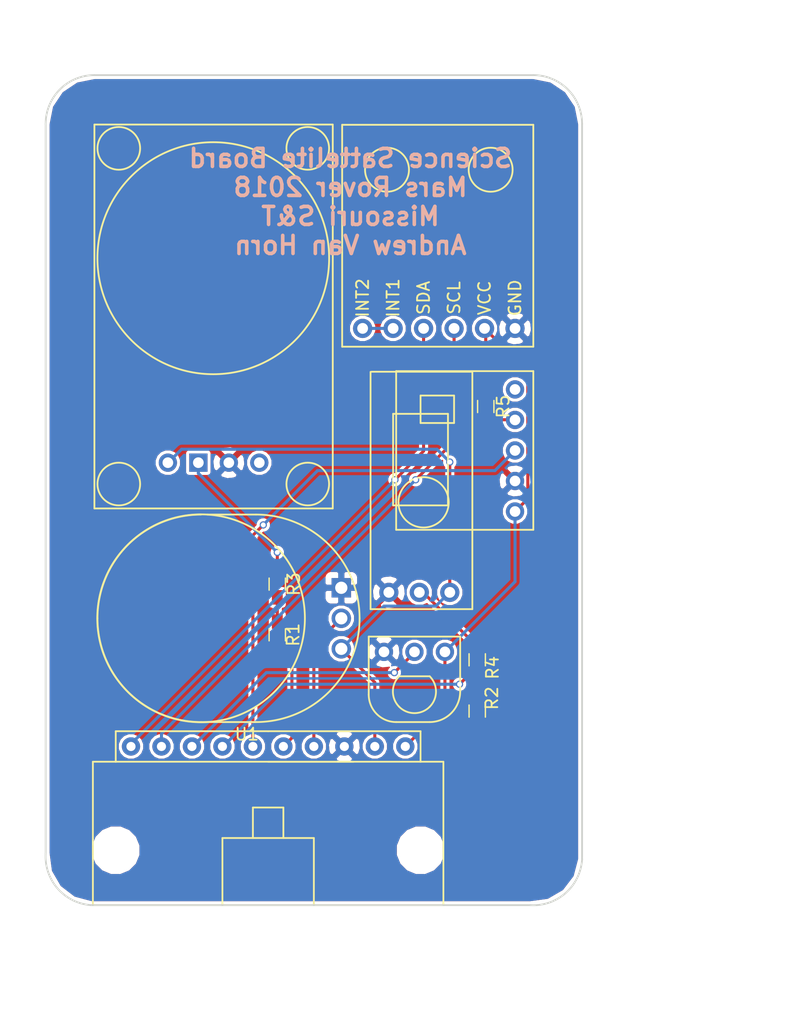
<source format=kicad_pcb>
(kicad_pcb (version 4) (host pcbnew 4.0.7)

  (general
    (links 28)
    (no_connects 0)
    (area 0 0 0 0)
    (thickness 1.6)
    (drawings 13)
    (tracks 78)
    (zones 0)
    (modules 12)
    (nets 15)
  )

  (page A4)
  (layers
    (0 F.Cu signal)
    (31 B.Cu signal)
    (32 B.Adhes user)
    (33 F.Adhes user)
    (34 B.Paste user)
    (35 F.Paste user)
    (36 B.SilkS user)
    (37 F.SilkS user)
    (38 B.Mask user)
    (39 F.Mask user)
    (40 Dwgs.User user)
    (41 Cmts.User user)
    (42 Eco1.User user)
    (43 Eco2.User user)
    (44 Edge.Cuts user)
    (45 Margin user)
    (46 B.CrtYd user)
    (47 F.CrtYd user)
    (48 B.Fab user)
    (49 F.Fab user)
  )

  (setup
    (last_trace_width 0.254)
    (user_trace_width 0.254)
    (trace_clearance 0.14986)
    (zone_clearance 0.254)
    (zone_45_only no)
    (trace_min 0.2)
    (segment_width 0.2)
    (edge_width 0.15)
    (via_size 0.6)
    (via_drill 0.4)
    (via_min_size 0.4)
    (via_min_drill 0.3)
    (uvia_size 0.3)
    (uvia_drill 0.1)
    (uvias_allowed no)
    (uvia_min_size 0.2)
    (uvia_min_drill 0.1)
    (pcb_text_width 0.3)
    (pcb_text_size 1.5 1.5)
    (mod_edge_width 0.15)
    (mod_text_size 1 1)
    (mod_text_width 0.15)
    (pad_size 1.524 1.524)
    (pad_drill 0.762)
    (pad_to_mask_clearance 0.2)
    (aux_axis_origin 0 0)
    (visible_elements 7FFEFF7F)
    (pcbplotparams
      (layerselection 0x00030_80000001)
      (usegerberextensions false)
      (excludeedgelayer true)
      (linewidth 0.100000)
      (plotframeref false)
      (viasonmask false)
      (mode 1)
      (useauxorigin false)
      (hpglpennumber 1)
      (hpglpenspeed 20)
      (hpglpendiameter 15)
      (hpglpenoverlay 2)
      (psnegative false)
      (psa4output false)
      (plotreference true)
      (plotvalue true)
      (plotinvisibletext false)
      (padsonsilk false)
      (subtractmaskfromsilk false)
      (outputformat 1)
      (mirror false)
      (drillshape 1)
      (scaleselection 1)
      (outputdirectory ""))
  )

  (net 0 "")
  (net 1 GND)
  (net 2 Ammonia_VOUT)
  (net 3 Humidity_VOUT)
  (net 4 "Net-(R3-Pad1)")
  (net 5 "Net-(R4-Pad1)")
  (net 6 +3V3)
  (net 7 "Net-(R5-Pad2)")
  (net 8 +5V)
  (net 9 Methane_VOUT)
  (net 10 Temp_VOUT)
  (net 11 UV_VOUT)
  (net 12 "Net-(U6-Pad1)")
  (net 13 Pressure_SDA)
  (net 14 Pressure_SCL)

  (net_class Default "This is the default net class."
    (clearance 0.14986)
    (trace_width 0.25)
    (via_dia 0.6)
    (via_drill 0.4)
    (uvia_dia 0.3)
    (uvia_drill 0.1)
    (add_net +3V3)
    (add_net +5V)
    (add_net Ammonia_VOUT)
    (add_net GND)
    (add_net Humidity_VOUT)
    (add_net Methane_VOUT)
    (add_net "Net-(R3-Pad1)")
    (add_net "Net-(R4-Pad1)")
    (add_net "Net-(R5-Pad2)")
    (add_net "Net-(U6-Pad1)")
    (add_net Pressure_SCL)
    (add_net Pressure_SDA)
    (add_net Temp_VOUT)
    (add_net UV_VOUT)
  )

  (module MRDT-Devices:TMP36-Breakout (layer F.Cu) (tedit 5AA424F6) (tstamp 5AA437C7)
    (at 234.95 126.492 270)
    (path /5AA42BC3)
    (fp_text reference U4 (at 2.032 1.016 270) (layer F.SilkS) hide
      (effects (font (size 1 1) (thickness 0.15)))
    )
    (fp_text value TMP36 (at 2.794 -8.382 450) (layer F.Fab)
      (effects (font (size 1 1) (thickness 0.15)))
    )
    (fp_arc (start 4.572 -3.81) (end 5.842 -2.54) (angle 90) (layer F.SilkS) (width 0.15))
    (fp_arc (start 4.572 -3.81) (end 5.842 -5.08) (angle 90) (layer F.SilkS) (width 0.15))
    (fp_arc (start 4.572 -3.81) (end 3.302 -5.08) (angle 90) (layer F.SilkS) (width 0.15))
    (fp_line (start 3.302 -5.08) (end 3.302 -2.54) (layer F.SilkS) (width 0.15))
    (fp_line (start 7.112 -5.08) (end 7.112 -2.286) (layer F.SilkS) (width 0.15))
    (fp_arc (start 4.826 -2.286) (end 7.112 -2.286) (angle 90) (layer F.SilkS) (width 0.15))
    (fp_arc (start 4.572 -5.08) (end 4.572 -7.62) (angle 90) (layer F.SilkS) (width 0.15))
    (fp_line (start 4.572 -7.62) (end 0 -7.62) (layer F.SilkS) (width 0.15))
    (fp_line (start 0 -7.62) (end 0 0) (layer F.SilkS) (width 0.15))
    (fp_line (start 4.826 0) (end 0 0) (layer F.SilkS) (width 0.15))
    (pad 1 thru_hole circle (at 1.27 -6.35 270) (size 1.524 1.524) (drill 0.889) (layers *.Cu *.Mask)
      (net 6 +3V3))
    (pad 2 thru_hole circle (at 1.27 -3.81 270) (size 1.524 1.524) (drill 0.889) (layers *.Cu *.Mask)
      (net 10 Temp_VOUT))
    (pad 3 thru_hole circle (at 1.27 -1.27 270) (size 1.524 1.524) (drill 0.889) (layers *.Cu *.Mask)
      (net 1 GND))
  )

  (module Resistors_SMD:R_0603_HandSoldering (layer F.Cu) (tedit 5AA46FCD) (tstamp 5AA43792)
    (at 227.33 126.3396 90)
    (descr "Resistor SMD 0603, hand soldering")
    (tags "resistor 0603")
    (path /5AA46669)
    (attr smd)
    (fp_text reference R1 (at 0 1.3208 90) (layer F.SilkS)
      (effects (font (size 1 1) (thickness 0.15)))
    )
    (fp_text value 19.3K (at 0 1.55 90) (layer F.Fab)
      (effects (font (size 1 1) (thickness 0.15)))
    )
    (fp_text user %R (at 0 0 90) (layer F.Fab)
      (effects (font (size 0.4 0.4) (thickness 0.075)))
    )
    (fp_line (start -0.8 0.4) (end -0.8 -0.4) (layer F.Fab) (width 0.1))
    (fp_line (start 0.8 0.4) (end -0.8 0.4) (layer F.Fab) (width 0.1))
    (fp_line (start 0.8 -0.4) (end 0.8 0.4) (layer F.Fab) (width 0.1))
    (fp_line (start -0.8 -0.4) (end 0.8 -0.4) (layer F.Fab) (width 0.1))
    (fp_line (start 0.5 0.68) (end -0.5 0.68) (layer F.SilkS) (width 0.12))
    (fp_line (start -0.5 -0.68) (end 0.5 -0.68) (layer F.SilkS) (width 0.12))
    (fp_line (start -1.96 -0.7) (end 1.95 -0.7) (layer F.CrtYd) (width 0.05))
    (fp_line (start -1.96 -0.7) (end -1.96 0.7) (layer F.CrtYd) (width 0.05))
    (fp_line (start 1.95 0.7) (end 1.95 -0.7) (layer F.CrtYd) (width 0.05))
    (fp_line (start 1.95 0.7) (end -1.96 0.7) (layer F.CrtYd) (width 0.05))
    (pad 1 smd rect (at -1.1 0 90) (size 1.2 0.9) (layers F.Cu F.Paste F.Mask)
      (net 1 GND))
    (pad 2 smd rect (at 1.1 0 90) (size 1.2 0.9) (layers F.Cu F.Paste F.Mask)
      (net 2 Ammonia_VOUT))
    (model ${KISYS3DMOD}/Resistors_SMD.3dshapes/R_0603.wrl
      (at (xyz 0 0 0))
      (scale (xyz 1 1 1))
      (rotate (xyz 0 0 0))
    )
  )

  (module Resistors_SMD:R_0603_HandSoldering (layer F.Cu) (tedit 5AA46FE1) (tstamp 5AA43798)
    (at 243.9924 132.6896 90)
    (descr "Resistor SMD 0603, hand soldering")
    (tags "resistor 0603")
    (path /5AA45528)
    (attr smd)
    (fp_text reference R2 (at 1.0668 1.2192 90) (layer F.SilkS)
      (effects (font (size 1 1) (thickness 0.15)))
    )
    (fp_text value 19.3K (at 0 1.55 90) (layer F.Fab)
      (effects (font (size 1 1) (thickness 0.15)))
    )
    (fp_text user %R (at 0 0 90) (layer F.Fab)
      (effects (font (size 0.4 0.4) (thickness 0.075)))
    )
    (fp_line (start -0.8 0.4) (end -0.8 -0.4) (layer F.Fab) (width 0.1))
    (fp_line (start 0.8 0.4) (end -0.8 0.4) (layer F.Fab) (width 0.1))
    (fp_line (start 0.8 -0.4) (end 0.8 0.4) (layer F.Fab) (width 0.1))
    (fp_line (start -0.8 -0.4) (end 0.8 -0.4) (layer F.Fab) (width 0.1))
    (fp_line (start 0.5 0.68) (end -0.5 0.68) (layer F.SilkS) (width 0.12))
    (fp_line (start -0.5 -0.68) (end 0.5 -0.68) (layer F.SilkS) (width 0.12))
    (fp_line (start -1.96 -0.7) (end 1.95 -0.7) (layer F.CrtYd) (width 0.05))
    (fp_line (start -1.96 -0.7) (end -1.96 0.7) (layer F.CrtYd) (width 0.05))
    (fp_line (start 1.95 0.7) (end 1.95 -0.7) (layer F.CrtYd) (width 0.05))
    (fp_line (start 1.95 0.7) (end -1.96 0.7) (layer F.CrtYd) (width 0.05))
    (pad 1 smd rect (at -1.1 0 90) (size 1.2 0.9) (layers F.Cu F.Paste F.Mask)
      (net 1 GND))
    (pad 2 smd rect (at 1.1 0 90) (size 1.2 0.9) (layers F.Cu F.Paste F.Mask)
      (net 3 Humidity_VOUT))
    (model ${KISYS3DMOD}/Resistors_SMD.3dshapes/R_0603.wrl
      (at (xyz 0 0 0))
      (scale (xyz 1 1 1))
      (rotate (xyz 0 0 0))
    )
  )

  (module Resistors_SMD:R_0603_HandSoldering (layer F.Cu) (tedit 5AA46FCF) (tstamp 5AA4379E)
    (at 227.33 122.1232 270)
    (descr "Resistor SMD 0603, hand soldering")
    (tags "resistor 0603")
    (path /5AA454EE)
    (attr smd)
    (fp_text reference R3 (at 0 -1.3716 270) (layer F.SilkS)
      (effects (font (size 1 1) (thickness 0.15)))
    )
    (fp_text value 10K (at 0 1.55 270) (layer F.Fab)
      (effects (font (size 1 1) (thickness 0.15)))
    )
    (fp_text user %R (at 0 0 270) (layer F.Fab)
      (effects (font (size 0.4 0.4) (thickness 0.075)))
    )
    (fp_line (start -0.8 0.4) (end -0.8 -0.4) (layer F.Fab) (width 0.1))
    (fp_line (start 0.8 0.4) (end -0.8 0.4) (layer F.Fab) (width 0.1))
    (fp_line (start 0.8 -0.4) (end 0.8 0.4) (layer F.Fab) (width 0.1))
    (fp_line (start -0.8 -0.4) (end 0.8 -0.4) (layer F.Fab) (width 0.1))
    (fp_line (start 0.5 0.68) (end -0.5 0.68) (layer F.SilkS) (width 0.12))
    (fp_line (start -0.5 -0.68) (end 0.5 -0.68) (layer F.SilkS) (width 0.12))
    (fp_line (start -1.96 -0.7) (end 1.95 -0.7) (layer F.CrtYd) (width 0.05))
    (fp_line (start -1.96 -0.7) (end -1.96 0.7) (layer F.CrtYd) (width 0.05))
    (fp_line (start 1.95 0.7) (end 1.95 -0.7) (layer F.CrtYd) (width 0.05))
    (fp_line (start 1.95 0.7) (end -1.96 0.7) (layer F.CrtYd) (width 0.05))
    (pad 1 smd rect (at -1.1 0 270) (size 1.2 0.9) (layers F.Cu F.Paste F.Mask)
      (net 4 "Net-(R3-Pad1)"))
    (pad 2 smd rect (at 1.1 0 270) (size 1.2 0.9) (layers F.Cu F.Paste F.Mask)
      (net 2 Ammonia_VOUT))
    (model ${KISYS3DMOD}/Resistors_SMD.3dshapes/R_0603.wrl
      (at (xyz 0 0 0))
      (scale (xyz 1 1 1))
      (rotate (xyz 0 0 0))
    )
  )

  (module Resistors_SMD:R_0603_HandSoldering (layer F.Cu) (tedit 5AA46FD6) (tstamp 5AA437A4)
    (at 243.9924 128.4224 270)
    (descr "Resistor SMD 0603, hand soldering")
    (tags "resistor 0603")
    (path /5AA45C1F)
    (attr smd)
    (fp_text reference R4 (at 0.6604 -1.27 270) (layer F.SilkS)
      (effects (font (size 1 1) (thickness 0.15)))
    )
    (fp_text value 10K (at 0 1.55 270) (layer F.Fab)
      (effects (font (size 1 1) (thickness 0.15)))
    )
    (fp_text user %R (at 0.0508 0 270) (layer F.Fab)
      (effects (font (size 0.4 0.4) (thickness 0.075)))
    )
    (fp_line (start -0.8 0.4) (end -0.8 -0.4) (layer F.Fab) (width 0.1))
    (fp_line (start 0.8 0.4) (end -0.8 0.4) (layer F.Fab) (width 0.1))
    (fp_line (start 0.8 -0.4) (end 0.8 0.4) (layer F.Fab) (width 0.1))
    (fp_line (start -0.8 -0.4) (end 0.8 -0.4) (layer F.Fab) (width 0.1))
    (fp_line (start 0.5 0.68) (end -0.5 0.68) (layer F.SilkS) (width 0.12))
    (fp_line (start -0.5 -0.68) (end 0.5 -0.68) (layer F.SilkS) (width 0.12))
    (fp_line (start -1.96 -0.7) (end 1.95 -0.7) (layer F.CrtYd) (width 0.05))
    (fp_line (start -1.96 -0.7) (end -1.96 0.7) (layer F.CrtYd) (width 0.05))
    (fp_line (start 1.95 0.7) (end 1.95 -0.7) (layer F.CrtYd) (width 0.05))
    (fp_line (start 1.95 0.7) (end -1.96 0.7) (layer F.CrtYd) (width 0.05))
    (pad 1 smd rect (at -1.1 0 270) (size 1.2 0.9) (layers F.Cu F.Paste F.Mask)
      (net 5 "Net-(R4-Pad1)"))
    (pad 2 smd rect (at 1.1 0 270) (size 1.2 0.9) (layers F.Cu F.Paste F.Mask)
      (net 3 Humidity_VOUT))
    (model ${KISYS3DMOD}/Resistors_SMD.3dshapes/R_0603.wrl
      (at (xyz 0 0 0))
      (scale (xyz 1 1 1))
      (rotate (xyz 0 0 0))
    )
  )

  (module Resistors_SMD:R_0603_HandSoldering (layer F.Cu) (tedit 58E0A804) (tstamp 5AA437AA)
    (at 244.7036 107.3404 270)
    (descr "Resistor SMD 0603, hand soldering")
    (tags "resistor 0603")
    (path /5AA46AB2)
    (attr smd)
    (fp_text reference R5 (at 0 -1.45 270) (layer F.SilkS)
      (effects (font (size 1 1) (thickness 0.15)))
    )
    (fp_text value 100K (at 0 1.55 270) (layer F.Fab)
      (effects (font (size 1 1) (thickness 0.15)))
    )
    (fp_text user %R (at 0 0 270) (layer F.Fab)
      (effects (font (size 0.4 0.4) (thickness 0.075)))
    )
    (fp_line (start -0.8 0.4) (end -0.8 -0.4) (layer F.Fab) (width 0.1))
    (fp_line (start 0.8 0.4) (end -0.8 0.4) (layer F.Fab) (width 0.1))
    (fp_line (start 0.8 -0.4) (end 0.8 0.4) (layer F.Fab) (width 0.1))
    (fp_line (start -0.8 -0.4) (end 0.8 -0.4) (layer F.Fab) (width 0.1))
    (fp_line (start 0.5 0.68) (end -0.5 0.68) (layer F.SilkS) (width 0.12))
    (fp_line (start -0.5 -0.68) (end 0.5 -0.68) (layer F.SilkS) (width 0.12))
    (fp_line (start -1.96 -0.7) (end 1.95 -0.7) (layer F.CrtYd) (width 0.05))
    (fp_line (start -1.96 -0.7) (end -1.96 0.7) (layer F.CrtYd) (width 0.05))
    (fp_line (start 1.95 0.7) (end 1.95 -0.7) (layer F.CrtYd) (width 0.05))
    (fp_line (start 1.95 0.7) (end -1.96 0.7) (layer F.CrtYd) (width 0.05))
    (pad 1 smd rect (at -1.1 0 270) (size 1.2 0.9) (layers F.Cu F.Paste F.Mask)
      (net 6 +3V3))
    (pad 2 smd rect (at 1.1 0 270) (size 1.2 0.9) (layers F.Cu F.Paste F.Mask)
      (net 7 "Net-(R5-Pad2)"))
    (model ${KISYS3DMOD}/Resistors_SMD.3dshapes/R_0603.wrl
      (at (xyz 0 0 0))
      (scale (xyz 1 1 1))
      (rotate (xyz 0 0 0))
    )
  )

  (module MRDT-Devices:MQ-135-Breakout (layer F.Cu) (tedit 5AA4286F) (tstamp 5AA437B9)
    (at 212.09 115.824)
    (path /5AA435D5)
    (fp_text reference U2 (at 2.032 1.016) (layer F.SilkS) hide
      (effects (font (size 1 1) (thickness 0.15)))
    )
    (fp_text value MQ-135-Breakout (at 9.652 1.016) (layer F.Fab)
      (effects (font (size 1 1) (thickness 0.15)))
    )
    (fp_circle (center 9.906 -20.828) (end 19.558 -21.082) (layer F.SilkS) (width 0.15))
    (fp_circle (center 2.032 -29.972) (end 2.032 -31.75) (layer F.SilkS) (width 0.15))
    (fp_circle (center 17.78 -29.972) (end 17.78 -31.75) (layer F.SilkS) (width 0.15))
    (fp_circle (center 17.78 -2.032) (end 17.78 -0.254) (layer F.SilkS) (width 0.15))
    (fp_circle (center 2.032 -2.032) (end 3.81 -2.032) (layer F.SilkS) (width 0.15))
    (fp_line (start 0 -31.9532) (end 0 0) (layer F.SilkS) (width 0.15))
    (fp_line (start 0 0) (end 19.8628 0) (layer F.SilkS) (width 0.15))
    (fp_line (start 19.8628 0) (end 19.8628 -31.9532) (layer F.SilkS) (width 0.15))
    (fp_line (start 0 -31.9532) (end 19.8628 -31.9532) (layer F.SilkS) (width 0.15))
    (pad 1 thru_hole circle (at 6.1214 -3.81) (size 1.524 1.524) (drill 0.889) (layers *.Cu *.Mask)
      (net 8 +5V))
    (pad 2 thru_hole rect (at 8.6614 -3.81) (size 1.524 1.524) (drill 0.889) (layers *.Cu *.Mask)
      (net 4 "Net-(R3-Pad1)"))
    (pad 3 thru_hole circle (at 11.2014 -3.81) (size 1.524 1.524) (drill 0.889) (layers *.Cu *.Mask)
      (net 1 GND))
    (pad 4 thru_hole circle (at 13.7414 -3.81) (size 1.524 1.524) (drill 0.889) (layers *.Cu *.Mask))
  )

  (module MRDT-Devices:HIH-4030-Breakout (layer F.Cu) (tedit 5AA42D3B) (tstamp 5AA437C0)
    (at 243.586 124.206 90)
    (path /5AA42C1C)
    (fp_text reference U3 (at 2.032 0.762 90) (layer F.SilkS) hide
      (effects (font (size 1 1) (thickness 0.15)))
    )
    (fp_text value HIH-4030-Breakout (at 8.0264 -9.4996 90) (layer F.Fab)
      (effects (font (size 1 1) (thickness 0.15)))
    )
    (fp_line (start 16.256 -6.604) (end 16.256 -2.032) (layer F.SilkS) (width 0.15))
    (fp_line (start 16.256 -2.032) (end 8.636 -2.032) (layer F.SilkS) (width 0.15))
    (fp_line (start 8.636 -2.032) (end 8.636 -6.604) (layer F.SilkS) (width 0.15))
    (fp_line (start 8.636 -6.604) (end 16.256 -6.604) (layer F.SilkS) (width 0.15))
    (fp_line (start 19.7612 0) (end 19.7612 -8.4) (layer F.SilkS) (width 0.15))
    (fp_line (start 0 0) (end 19.75 0) (layer F.SilkS) (width 0.15))
    (fp_line (start 0 -8.4836) (end 19.75 -8.4836) (layer F.SilkS) (width 0.15))
    (fp_line (start 0 0) (end 0 -8.48) (layer F.SilkS) (width 0.15))
    (pad 3 thru_hole circle (at 1.397 -6.9596 90) (size 1.6 1.6) (drill 0.9) (layers *.Cu *.Mask)
      (net 1 GND))
    (pad 2 thru_hole circle (at 1.397 -4.4196 90) (size 1.6 1.6) (drill 0.9) (layers *.Cu *.Mask)
      (net 5 "Net-(R4-Pad1)"))
    (pad 1 thru_hole circle (at 1.397 -1.8796 90) (size 1.6 1.6) (drill 0.9) (layers *.Cu *.Mask)
      (net 8 +5V))
  )

  (module MRDT-Devices:MQ-4-Breakout (layer F.Cu) (tedit 5AA43901) (tstamp 5AA43999)
    (at 234.188 133.604)
    (path /5AA42AE1)
    (fp_text reference U1 (at -9.398 1.016) (layer F.SilkS)
      (effects (font (size 1 1) (thickness 0.15)))
    )
    (fp_text value MQ-4 (at -4.572 -8.89 90) (layer F.Fab)
      (effects (font (size 1 1) (thickness 0.15)))
    )
    (fp_line (start -8.636 -17.272) (end -12.7 -17.272) (layer F.SilkS) (width 0.15))
    (fp_arc (start -8.636 -8.636) (end -8.636 -17.272) (angle 90) (layer F.SilkS) (width 0.15))
    (fp_circle (center -13.208 -8.636) (end -12.7 -17.272) (layer F.SilkS) (width 0.15))
    (fp_line (start -8.636 0) (end -13.208 0) (layer F.SilkS) (width 0.15))
    (fp_arc (start -13.208 -8.636) (end -13.208 0) (angle 90) (layer F.SilkS) (width 0.15))
    (fp_arc (start -13.208 -8.636) (end -21.844 -8.636) (angle 90) (layer F.SilkS) (width 0.15))
    (fp_arc (start -8.636 -8.636) (end 0 -8.636) (angle 90) (layer F.SilkS) (width 0.15))
    (pad 3 thru_hole rect (at -1.524 -11.176) (size 1.62 1.62) (drill 1.02) (layers *.Cu *.Mask)
      (net 1 GND))
    (pad 1 thru_hole circle (at -1.524 -6.096) (size 1.62 1.62) (drill 1.02) (layers *.Cu *.Mask)
      (net 8 +5V))
    (pad 2 thru_hole circle (at -1.524 -8.636) (size 1.62 1.62) (drill 1.02) (layers *.Cu *.Mask)
      (net 9 Methane_VOUT))
  )

  (module MRDT-Devices:MPL3115A2-Breakout (layer F.Cu) (tedit 5AA439CC) (tstamp 5AA43A98)
    (at 248.666 102.362 90)
    (path /5AA42B43)
    (fp_text reference U6 (at 0 0.5 90) (layer F.SilkS) hide
      (effects (font (size 1 1) (thickness 0.15)))
    )
    (fp_text value MPL3115A2-Breakout (at 8.128 -16.764 90) (layer F.Fab)
      (effects (font (size 1 1) (thickness 0.15)))
    )
    (fp_circle (center 14.732 -3.556) (end 15.748 -2.032) (layer F.SilkS) (width 0.15))
    (fp_circle (center 14.732 -12.192) (end 15.748 -10.668) (layer F.SilkS) (width 0.15))
    (fp_text user GND (at 4.064 -1.524 90) (layer F.SilkS)
      (effects (font (size 1 1) (thickness 0.15)))
    )
    (fp_text user VCC (at 4.064 -4.064 90) (layer F.SilkS)
      (effects (font (size 1 1) (thickness 0.15)))
    )
    (fp_text user SCL (at 4.064 -6.604 90) (layer F.SilkS)
      (effects (font (size 1 1) (thickness 0.15)))
    )
    (fp_text user SDA (at 4.064 -9.144 90) (layer F.SilkS)
      (effects (font (size 1 1) (thickness 0.15)))
    )
    (fp_text user INT1 (at 4.064 -11.684 90) (layer F.SilkS)
      (effects (font (size 1 1) (thickness 0.15)))
    )
    (fp_text user INT2 (at 4.064 -14.224 90) (layer F.SilkS)
      (effects (font (size 1 1) (thickness 0.15)))
    )
    (fp_line (start 0 0) (end 18.47 0) (layer F.SilkS) (width 0.15))
    (fp_line (start 18.47 0) (end 18.47 -15.93) (layer F.SilkS) (width 0.15))
    (fp_line (start 18.47 -15.93) (end 0 -15.93) (layer F.SilkS) (width 0.15))
    (fp_line (start 0 -15.93) (end 0 0) (layer F.SilkS) (width 0.15))
    (pad 1 thru_hole circle (at 1.524 -14.224 90) (size 1.6 1.6) (drill 0.9) (layers *.Cu *.Mask)
      (net 12 "Net-(U6-Pad1)"))
    (pad 2 thru_hole circle (at 1.524 -11.684 90) (size 1.6 1.6) (drill 0.9) (layers *.Cu *.Mask)
      (net 12 "Net-(U6-Pad1)"))
    (pad 3 thru_hole circle (at 1.524 -9.144 90) (size 1.6 1.6) (drill 0.9) (layers *.Cu *.Mask)
      (net 13 Pressure_SDA))
    (pad 4 thru_hole circle (at 1.524 -6.604 90) (size 1.6 1.6) (drill 0.9) (layers *.Cu *.Mask)
      (net 14 Pressure_SCL))
    (pad 5 thru_hole circle (at 1.524 -4.064 90) (size 1.6 1.6) (drill 0.9) (layers *.Cu *.Mask)
      (net 6 +3V3))
    (pad 6 thru_hole circle (at 1.524 -1.524 90) (size 1.6 1.6) (drill 0.9) (layers *.Cu *.Mask)
      (net 1 GND))
  )

  (module MRDT-Devices:GY-ML8511-Breakout (layer F.Cu) (tedit 5AA46778) (tstamp 5AA46A8B)
    (at 248.666 104.394 180)
    (path /5AA46821)
    (fp_text reference U5 (at 2.284 0.764 180) (layer F.SilkS) hide
      (effects (font (size 1 1) (thickness 0.15)))
    )
    (fp_text value GY-ML8511-Breakout (at 5.588 0.762 180) (layer F.Fab)
      (effects (font (size 1 1) (thickness 0.15)))
    )
    (fp_line (start 9.398 -4.318) (end 9.398 -2.032) (layer F.SilkS) (width 0.15))
    (fp_line (start 9.398 -2.032) (end 6.604 -2.032) (layer F.SilkS) (width 0.15))
    (fp_line (start 6.604 -4.318) (end 6.604 -2.032) (layer F.SilkS) (width 0.15))
    (fp_line (start 9.398 -4.318) (end 6.604 -4.318) (layer F.SilkS) (width 0.15))
    (fp_circle (center 9.144 -10.922) (end 8.636 -12.954) (layer F.SilkS) (width 0.15))
    (fp_line (start 0 0) (end 11.43 0) (layer F.SilkS) (width 0.15))
    (fp_line (start 11.43 0) (end 11.43 -13.208) (layer F.SilkS) (width 0.15))
    (fp_line (start 11.43 -13.208) (end 0 -13.208) (layer F.SilkS) (width 0.15))
    (fp_line (start 0 0) (end 0 -13.208) (layer F.SilkS) (width 0.15))
    (pad 1 thru_hole circle (at 1.524 -11.684 180) (size 1.524 1.524) (drill 0.889) (layers *.Cu *.Mask)
      (net 6 +3V3))
    (pad 2 thru_hole circle (at 1.524 -9.144 180) (size 1.524 1.524) (drill 0.889) (layers *.Cu *.Mask)
      (net 1 GND))
    (pad 3 thru_hole circle (at 1.524 -6.604 180) (size 1.524 1.524) (drill 0.889) (layers *.Cu *.Mask)
      (net 11 UV_VOUT))
    (pad 4 thru_hole circle (at 1.524 -4.064 180) (size 1.524 1.524) (drill 0.889) (layers *.Cu *.Mask)
      (net 7 "Net-(R5-Pad2)"))
    (pad 5 thru_hole circle (at 1.524 -1.524 180) (size 1.524 1.524) (drill 0.889) (layers *.Cu *.Mask))
  )

  (module MRDT-Connectors:MOLEX_SL_10 (layer F.Cu) (tedit 5AA46A7B) (tstamp 5AA46EC3)
    (at 226.568 135.636 180)
    (path /5AA47653)
    (fp_text reference U7 (at -10.16 2.54 180) (layer F.SilkS) hide
      (effects (font (size 1 1) (thickness 0.15)))
    )
    (fp_text value Molex_SL-10 (at 0 2.032 180) (layer F.Fab)
      (effects (font (size 1 1) (thickness 0.15)))
    )
    (fp_line (start -3.81 -7.62) (end -3.81 -13.208) (layer F.SilkS) (width 0.15))
    (fp_line (start 3.81 -7.62) (end 3.81 -13.208) (layer F.SilkS) (width 0.15))
    (fp_line (start 0 1.27) (end 12.7 1.27) (layer F.SilkS) (width 0.15))
    (fp_line (start 12.7 -1.27) (end -7.112 -1.27) (layer F.SilkS) (width 0.15))
    (fp_line (start -14.605 -13.208) (end 14.605 -13.208) (layer F.SilkS) (width 0.15))
    (fp_line (start -14.605 -1.27) (end -14.605 -13.208) (layer F.SilkS) (width 0.15))
    (fp_line (start 14.605 -1.27) (end 14.605 -13.208) (layer F.SilkS) (width 0.15))
    (fp_line (start 12.7 -1.27) (end 14.605 -1.27) (layer F.SilkS) (width 0.15))
    (fp_line (start -12.7 -1.27) (end -14.605 -1.27) (layer F.SilkS) (width 0.15))
    (fp_line (start -3.81 -7.62) (end 3.81 -7.62) (layer F.SilkS) (width 0.15))
    (fp_line (start -1.27 -7.62) (end -1.27 -5.08) (layer F.SilkS) (width 0.15))
    (fp_line (start -1.27 -5.08) (end 1.27 -5.08) (layer F.SilkS) (width 0.15))
    (fp_line (start 1.27 -5.08) (end 1.27 -7.62) (layer F.SilkS) (width 0.15))
    (fp_line (start -12.7 -1.27) (end 0 -1.27) (layer F.SilkS) (width 0.15))
    (fp_line (start 12.7 -1.27) (end 12.7 1.27) (layer F.SilkS) (width 0.15))
    (fp_line (start 0 1.27) (end -12.7 1.27) (layer F.SilkS) (width 0.15))
    (fp_line (start -12.7 1.27) (end -12.7 -1.27) (layer F.SilkS) (width 0.15))
    (pad 1 thru_hole circle (at -11.43 0 180) (size 1.524 1.524) (drill 0.762) (layers *.Cu *.Mask)
      (net 6 +3V3))
    (pad 2 thru_hole circle (at -8.89 0 180) (size 1.524 1.524) (drill 0.762) (layers *.Cu *.Mask)
      (net 8 +5V))
    (pad 3 thru_hole circle (at -6.35 0 180) (size 1.524 1.524) (drill 0.762) (layers *.Cu *.Mask)
      (net 1 GND))
    (pad 4 thru_hole circle (at -3.81 0 180) (size 1.524 1.524) (drill 0.762) (layers *.Cu *.Mask)
      (net 9 Methane_VOUT))
    (pad 5 thru_hole circle (at -1.27 0 180) (size 1.524 1.524) (drill 0.762) (layers *.Cu *.Mask)
      (net 2 Ammonia_VOUT))
    (pad "" np_thru_hole circle (at -12.7 -8.636 180) (size 3.45 3.45) (drill 3.45) (layers *.Cu *.Mask))
    (pad "" np_thru_hole circle (at 12.7 -8.636 180) (size 3.45 3.45) (drill 3.45) (layers *.Cu *.Mask))
    (pad 6 thru_hole circle (at 1.27 0 180) (size 1.524 1.524) (drill 0.762) (layers *.Cu *.Mask)
      (net 11 UV_VOUT))
    (pad 7 thru_hole circle (at 3.81 0 180) (size 1.524 1.524) (drill 0.762) (layers *.Cu *.Mask)
      (net 3 Humidity_VOUT))
    (pad 8 thru_hole circle (at 6.35 0 180) (size 1.524 1.524) (drill 0.762) (layers *.Cu *.Mask)
      (net 10 Temp_VOUT))
    (pad 9 thru_hole circle (at 8.89 0 180) (size 1.524 1.524) (drill 0.762) (layers *.Cu *.Mask)
      (net 14 Pressure_SCL))
    (pad 10 thru_hole circle (at 11.43 0 180) (size 1.524 1.524) (drill 0.762) (layers *.Cu *.Mask)
      (net 13 Pressure_SDA))
  )

  (dimension 29.465095 (width 0.3) (layer F.Fab)
    (gr_text "1.1600 in" (at 226.530069 153.116913 359.5060831) (layer F.Fab)
      (effects (font (size 1.5 1.5) (thickness 0.3)))
    )
    (feature1 (pts (xy 241.3 148.844) (xy 241.250432 154.593863)))
    (feature2 (pts (xy 211.836 148.59) (xy 211.786432 154.339863)))
    (crossbar (pts (xy 211.809707 151.639963) (xy 241.273707 151.893963)))
    (arrow1a (pts (xy 241.273707 151.893963) (xy 240.14219 152.470651)))
    (arrow1b (pts (xy 241.273707 151.893963) (xy 240.1523 151.297853)))
    (arrow2a (pts (xy 211.809707 151.639963) (xy 212.931114 152.236073)))
    (arrow2b (pts (xy 211.809707 151.639963) (xy 212.941224 151.063275)))
  )
  (dimension 4.064 (width 0.3) (layer F.Fab)
    (gr_text "0.1600 in" (at 210.058 75.358001) (layer F.Fab)
      (effects (font (size 1.5 1.5) (thickness 0.3)))
    )
    (feature1 (pts (xy 208.026 83.82) (xy 208.026 74.008001)))
    (feature2 (pts (xy 212.09 83.82) (xy 212.09 74.008001)))
    (crossbar (pts (xy 212.09 76.708001) (xy 208.026 76.708001)))
    (arrow1a (pts (xy 208.026 76.708001) (xy 209.152504 76.12158)))
    (arrow1b (pts (xy 208.026 76.708001) (xy 209.152504 77.294422)))
    (arrow2a (pts (xy 212.09 76.708001) (xy 210.963496 76.12158)))
    (arrow2b (pts (xy 212.09 76.708001) (xy 210.963496 77.294422)))
  )
  (dimension 69.088 (width 0.3) (layer F.Fab)
    (gr_text "2.7200 in" (at 268.304 114.3 90) (layer F.Fab)
      (effects (font (size 1.5 1.5) (thickness 0.3)))
    )
    (feature1 (pts (xy 244.856 79.756) (xy 269.654 79.756)))
    (feature2 (pts (xy 244.856 148.844) (xy 269.654 148.844)))
    (crossbar (pts (xy 266.954 148.844) (xy 266.954 79.756)))
    (arrow1a (pts (xy 266.954 79.756) (xy 267.540421 80.882504)))
    (arrow1b (pts (xy 266.954 79.756) (xy 266.367579 80.882504)))
    (arrow2a (pts (xy 266.954 148.844) (xy 267.540421 147.717496)))
    (arrow2b (pts (xy 266.954 148.844) (xy 266.367579 147.717496)))
  )
  (dimension 44.704 (width 0.3) (layer F.Fab)
    (gr_text "1.7600 in" (at 230.378 159.338) (layer F.Fab)
      (effects (font (size 1.5 1.5) (thickness 0.3)))
    )
    (feature1 (pts (xy 252.73 134.62) (xy 252.73 160.688)))
    (feature2 (pts (xy 208.026 134.62) (xy 208.026 160.688)))
    (crossbar (pts (xy 208.026 157.988) (xy 252.73 157.988)))
    (arrow1a (pts (xy 252.73 157.988) (xy 251.603496 158.574421)))
    (arrow1b (pts (xy 252.73 157.988) (xy 251.603496 157.401579)))
    (arrow2a (pts (xy 208.026 157.988) (xy 209.152504 158.574421)))
    (arrow2b (pts (xy 208.026 157.988) (xy 209.152504 157.401579)))
  )
  (gr_line (start 208.026 144.526) (end 208.026 83.82) (angle 90) (layer Edge.Cuts) (width 0.15))
  (gr_line (start 211.836 148.844) (end 248.412 148.844) (angle 90) (layer Edge.Cuts) (width 0.15))
  (gr_arc (start 212.09 144.78) (end 211.836 148.844) (angle 90) (layer Edge.Cuts) (width 0.15))
  (gr_line (start 252.73 145.034) (end 252.73 83.82) (angle 90) (layer Edge.Cuts) (width 0.15))
  (gr_arc (start 248.666 144.78) (end 252.73 145.034) (angle 90) (layer Edge.Cuts) (width 0.15))
  (gr_arc (start 248.666 83.82) (end 248.666 79.756) (angle 90) (layer Edge.Cuts) (width 0.15))
  (gr_arc (start 212.09 83.82) (end 208.026 83.82) (angle 90) (layer Edge.Cuts) (width 0.15))
  (gr_line (start 212.09 79.756) (end 248.666 79.756) (angle 90) (layer Edge.Cuts) (width 0.15))
  (gr_text "Science Sattelite Board\nMars Rover 2018\nMissouri S&T\nAndrew Van Horn" (at 233.426 90.297) (layer B.SilkS)
    (effects (font (size 1.5 1.5) (thickness 0.3)) (justify mirror))
  )

  (segment (start 227.33 125.2396) (end 227.3476 125.2396) (width 0.254) (layer F.Cu) (net 2))
  (segment (start 227.3476 125.2396) (end 228.5492 126.4412) (width 0.254) (layer F.Cu) (net 2) (tstamp 5AA47271))
  (segment (start 228.5492 134.9248) (end 227.838 135.636) (width 0.254) (layer F.Cu) (net 2) (tstamp 5AA47274))
  (segment (start 228.5492 126.4412) (end 228.5492 134.9248) (width 0.254) (layer F.Cu) (net 2) (tstamp 5AA47272))
  (segment (start 227.33 123.2232) (end 227.33 125.2396) (width 0.254) (layer F.Cu) (net 2))
  (segment (start 222.758 135.636) (end 222.8088 135.636) (width 0.254) (layer B.Cu) (net 3))
  (segment (start 222.8088 135.636) (end 227.9904 130.4544) (width 0.254) (layer B.Cu) (net 3) (tstamp 5AA472C6))
  (segment (start 227.9904 130.4544) (end 242.5192 130.4544) (width 0.254) (layer B.Cu) (net 3) (tstamp 5AA472C8))
  (via (at 242.5192 130.4544) (size 0.6) (drill 0.4) (layers F.Cu B.Cu) (net 3))
  (segment (start 242.5192 130.4544) (end 243.4512 129.5224) (width 0.254) (layer F.Cu) (net 3) (tstamp 5AA472D0))
  (segment (start 243.4512 129.5224) (end 243.9924 129.5224) (width 0.254) (layer F.Cu) (net 3) (tstamp 5AA472D1))
  (segment (start 243.9924 129.5224) (end 243.9924 131.5896) (width 0.254) (layer F.Cu) (net 3))
  (segment (start 220.7514 112.014) (end 220.7514 112.903) (width 0.254) (layer B.Cu) (net 4))
  (segment (start 227.33 119.4816) (end 227.33 121.0232) (width 0.254) (layer F.Cu) (net 4) (tstamp 5AA4726C))
  (via (at 227.33 119.4816) (size 0.6) (drill 0.4) (layers F.Cu B.Cu) (net 4))
  (segment (start 220.7514 112.903) (end 227.33 119.4816) (width 0.254) (layer B.Cu) (net 4) (tstamp 5AA4726A))
  (segment (start 239.1664 122.809) (end 239.479 122.809) (width 0.254) (layer F.Cu) (net 5))
  (segment (start 239.479 122.809) (end 243.9924 127.3224) (width 0.254) (layer F.Cu) (net 5) (tstamp 5AA472BE))
  (segment (start 247.142 116.078) (end 247.142 121.92) (width 0.254) (layer B.Cu) (net 6))
  (segment (start 247.142 121.92) (end 241.3 127.762) (width 0.254) (layer B.Cu) (net 6) (tstamp 5AA472B9))
  (segment (start 244.7036 106.2404) (end 244.7036 100.9396) (width 0.254) (layer F.Cu) (net 6))
  (segment (start 244.7036 100.9396) (end 244.602 100.838) (width 0.254) (layer F.Cu) (net 6) (tstamp 5AA471A0))
  (segment (start 247.142 116.078) (end 247.904 115.316) (width 0.254) (layer F.Cu) (net 6))
  (segment (start 248.2088 104.4448) (end 244.602 100.838) (width 0.254) (layer F.Cu) (net 6) (tstamp 5AA46F99))
  (segment (start 248.2088 115.0112) (end 248.2088 104.4448) (width 0.254) (layer F.Cu) (net 6) (tstamp 5AA46F98))
  (segment (start 248.0564 115.1636) (end 248.2088 115.0112) (width 0.254) (layer F.Cu) (net 6) (tstamp 5AA46F97))
  (segment (start 247.904 115.316) (end 248.0564 115.1636) (width 0.254) (layer F.Cu) (net 6) (tstamp 5AA46F96))
  (segment (start 241.3 127.762) (end 241.3 132.334) (width 0.254) (layer F.Cu) (net 6))
  (segment (start 241.3 132.334) (end 237.998 135.636) (width 0.254) (layer F.Cu) (net 6) (tstamp 5AA46F81))
  (segment (start 244.7036 108.4404) (end 247.1244 108.4404) (width 0.254) (layer F.Cu) (net 7))
  (segment (start 247.1244 108.4404) (end 247.142 108.458) (width 0.254) (layer F.Cu) (net 7) (tstamp 5AA471A3))
  (segment (start 241.7064 122.809) (end 241.681 122.809) (width 0.254) (layer B.Cu) (net 8))
  (segment (start 241.681 122.809) (end 240.538 123.952) (width 0.254) (layer B.Cu) (net 8) (tstamp 5AA46FBA))
  (segment (start 236.22 123.952) (end 235.966 124.206) (width 0.254) (layer B.Cu) (net 8) (tstamp 5AA46FBD))
  (segment (start 240.538 123.952) (end 236.22 123.952) (width 0.254) (layer B.Cu) (net 8) (tstamp 5AA46FBB))
  (segment (start 232.664 127.508) (end 234.8992 125.2728) (width 0.254) (layer B.Cu) (net 8))
  (segment (start 234.8992 125.2728) (end 235.966 124.206) (width 0.254) (layer B.Cu) (net 8) (tstamp 5AA46FB2))
  (segment (start 235.966 124.206) (end 236.1184 124.0536) (width 0.254) (layer B.Cu) (net 8) (tstamp 5AA46FC0))
  (segment (start 218.2114 112.014) (end 218.2368 112.014) (width 0.254) (layer B.Cu) (net 8))
  (segment (start 218.2368 112.014) (end 219.3544 110.8964) (width 0.254) (layer B.Cu) (net 8) (tstamp 5AA46FA9))
  (segment (start 241.7064 111.9632) (end 241.7064 122.809) (width 0.254) (layer F.Cu) (net 8) (tstamp 5AA46FAF))
  (via (at 241.7064 111.9632) (size 0.6) (drill 0.4) (layers F.Cu B.Cu) (net 8))
  (segment (start 240.6396 110.8964) (end 241.7064 111.9632) (width 0.254) (layer B.Cu) (net 8) (tstamp 5AA46FAC))
  (segment (start 219.3544 110.8964) (end 240.6396 110.8964) (width 0.254) (layer B.Cu) (net 8) (tstamp 5AA46FAA))
  (segment (start 235.458 135.636) (end 235.458 130.302) (width 0.254) (layer F.Cu) (net 8))
  (segment (start 235.458 130.302) (end 232.664 127.508) (width 0.254) (layer F.Cu) (net 8) (tstamp 5AA46F9D))
  (segment (start 230.378 135.636) (end 230.378 127.254) (width 0.254) (layer F.Cu) (net 9))
  (segment (start 230.378 127.254) (end 232.664 124.968) (width 0.254) (layer F.Cu) (net 9) (tstamp 5AA4719C))
  (segment (start 220.218 135.636) (end 220.2688 135.636) (width 0.254) (layer B.Cu) (net 10))
  (segment (start 220.2688 135.636) (end 226.4156 129.4892) (width 0.254) (layer B.Cu) (net 10) (tstamp 5AA472A4))
  (segment (start 226.4156 129.4892) (end 237.0836 129.4892) (width 0.254) (layer B.Cu) (net 10) (tstamp 5AA472A5))
  (via (at 237.0836 129.4892) (size 0.6) (drill 0.4) (layers F.Cu B.Cu) (net 10))
  (segment (start 237.0836 129.4892) (end 238.76 127.8128) (width 0.254) (layer F.Cu) (net 10) (tstamp 5AA472A8))
  (segment (start 238.76 127.8128) (end 238.76 127.762) (width 0.254) (layer F.Cu) (net 10) (tstamp 5AA472A9))
  (segment (start 225.298 135.636) (end 225.298 118.0592) (width 0.254) (layer F.Cu) (net 11))
  (segment (start 245.4656 112.6744) (end 247.142 110.998) (width 0.254) (layer B.Cu) (net 11) (tstamp 5AA471B5))
  (segment (start 230.6828 112.6744) (end 245.4656 112.6744) (width 0.254) (layer B.Cu) (net 11) (tstamp 5AA471B3))
  (segment (start 226.1616 117.1956) (end 230.6828 112.6744) (width 0.254) (layer B.Cu) (net 11) (tstamp 5AA471B2))
  (via (at 226.1616 117.1956) (size 0.6) (drill 0.4) (layers F.Cu B.Cu) (net 11))
  (segment (start 225.298 118.0592) (end 226.1616 117.1956) (width 0.254) (layer F.Cu) (net 11) (tstamp 5AA471B0))
  (segment (start 234.442 100.838) (end 236.982 100.838) (width 0.254) (layer B.Cu) (net 12))
  (segment (start 215.138 135.636) (end 215.138 135.4328) (width 0.254) (layer B.Cu) (net 13))
  (segment (start 215.138 135.4328) (end 222.758 127.8128) (width 0.254) (layer B.Cu) (net 13) (tstamp 5AA471D3))
  (segment (start 237.1344 113.4364) (end 236.1692 114.4016) (width 0.254) (layer B.Cu) (net 13))
  (segment (start 239.522 111.0488) (end 237.1344 113.4364) (width 0.254) (layer F.Cu) (net 13) (tstamp 5AA471BF))
  (via (at 237.1344 113.4364) (size 0.6) (drill 0.4) (layers F.Cu B.Cu) (net 13))
  (segment (start 239.522 100.838) (end 239.522 111.0488) (width 0.254) (layer F.Cu) (net 13))
  (segment (start 233.8832 116.6876) (end 222.758 127.8128) (width 0.254) (layer B.Cu) (net 13) (tstamp 5AA471CC))
  (segment (start 222.758 127.8128) (end 222.5548 128.016) (width 0.254) (layer B.Cu) (net 13) (tstamp 5AA471D6))
  (segment (start 236.1692 114.4016) (end 233.8832 116.6876) (width 0.254) (layer B.Cu) (net 13) (tstamp 5AA471CB))
  (segment (start 238.8616 113.4364) (end 235.1532 117.1448) (width 0.254) (layer B.Cu) (net 14))
  (segment (start 242.062 110.236) (end 238.8616 113.4364) (width 0.254) (layer F.Cu) (net 14) (tstamp 5AA471B9))
  (via (at 238.8616 113.4364) (size 0.6) (drill 0.4) (layers F.Cu B.Cu) (net 14))
  (segment (start 242.062 100.838) (end 242.062 110.236) (width 0.254) (layer F.Cu) (net 14))
  (segment (start 217.678 134.5692) (end 217.678 135.636) (width 0.254) (layer B.Cu) (net 14) (tstamp 5AA471C7))
  (segment (start 232.3592 119.888) (end 217.678 134.5692) (width 0.254) (layer B.Cu) (net 14) (tstamp 5AA471C6))
  (segment (start 232.41 119.888) (end 232.3592 119.888) (width 0.254) (layer B.Cu) (net 14) (tstamp 5AA471C5))
  (segment (start 235.1532 117.1448) (end 232.41 119.888) (width 0.254) (layer B.Cu) (net 14) (tstamp 5AA471C4))

  (zone (net 1) (net_name GND) (layer F.Cu) (tstamp 5AA476C8) (hatch edge 0.508)
    (connect_pads (clearance 0.254))
    (min_thickness 0.127)
    (fill yes (arc_segments 16) (thermal_gap 0.508) (thermal_bridge_width 0.508))
    (polygon
      (pts
        (xy 208.026 79.756) (xy 252.73 79.756) (xy 252.73 148.844) (xy 208.026 148.844)
      )
    )
    (filled_polygon
      (pts
        (xy 250.068079 80.435081) (xy 251.256705 81.229295) (xy 252.050919 82.417921) (xy 252.3375 83.858657) (xy 252.3375 144.982932)
        (xy 251.963991 146.39398) (xy 251.095303 147.53321) (xy 249.856775 148.253288) (xy 248.385677 148.4515) (xy 211.887068 148.4515)
        (xy 210.47602 148.077991) (xy 209.33679 147.209303) (xy 208.616712 145.970775) (xy 208.442325 144.676496) (xy 211.825146 144.676496)
        (xy 212.135443 145.427472) (xy 212.709506 146.002538) (xy 213.459939 146.314145) (xy 214.272496 146.314854) (xy 215.023472 146.004557)
        (xy 215.598538 145.430494) (xy 215.910145 144.680061) (xy 215.910148 144.676496) (xy 237.225146 144.676496) (xy 237.535443 145.427472)
        (xy 238.109506 146.002538) (xy 238.859939 146.314145) (xy 239.672496 146.314854) (xy 240.423472 146.004557) (xy 240.998538 145.430494)
        (xy 241.310145 144.680061) (xy 241.310854 143.867504) (xy 241.000557 143.116528) (xy 240.426494 142.541462) (xy 239.676061 142.229855)
        (xy 238.863504 142.229146) (xy 238.112528 142.539443) (xy 237.537462 143.113506) (xy 237.225855 143.863939) (xy 237.225146 144.676496)
        (xy 215.910148 144.676496) (xy 215.910854 143.867504) (xy 215.600557 143.116528) (xy 215.026494 142.541462) (xy 214.276061 142.229855)
        (xy 213.463504 142.229146) (xy 212.712528 142.539443) (xy 212.137462 143.113506) (xy 211.825855 143.863939) (xy 211.825146 144.676496)
        (xy 208.442325 144.676496) (xy 208.4185 144.499677) (xy 208.4185 135.849784) (xy 214.058313 135.849784) (xy 214.222311 136.246689)
        (xy 214.525714 136.550622) (xy 214.922332 136.715313) (xy 215.351784 136.715687) (xy 215.748689 136.551689) (xy 216.052622 136.248286)
        (xy 216.217313 135.851668) (xy 216.217314 135.849784) (xy 216.598313 135.849784) (xy 216.762311 136.246689) (xy 217.065714 136.550622)
        (xy 217.462332 136.715313) (xy 217.891784 136.715687) (xy 218.288689 136.551689) (xy 218.592622 136.248286) (xy 218.757313 135.851668)
        (xy 218.757314 135.849784) (xy 219.138313 135.849784) (xy 219.302311 136.246689) (xy 219.605714 136.550622) (xy 220.002332 136.715313)
        (xy 220.431784 136.715687) (xy 220.828689 136.551689) (xy 221.132622 136.248286) (xy 221.297313 135.851668) (xy 221.297314 135.849784)
        (xy 221.678313 135.849784) (xy 221.842311 136.246689) (xy 222.145714 136.550622) (xy 222.542332 136.715313) (xy 222.971784 136.715687)
        (xy 223.368689 136.551689) (xy 223.672622 136.248286) (xy 223.837313 135.851668) (xy 223.837314 135.849784) (xy 224.218313 135.849784)
        (xy 224.382311 136.246689) (xy 224.685714 136.550622) (xy 225.082332 136.715313) (xy 225.511784 136.715687) (xy 225.908689 136.551689)
        (xy 226.212622 136.248286) (xy 226.377313 135.851668) (xy 226.377687 135.422216) (xy 226.213689 135.025311) (xy 225.910286 134.721378)
        (xy 225.7425 134.651707) (xy 225.7425 127.772975) (xy 226.3085 127.772975) (xy 226.3085 128.153278) (xy 226.395506 128.363328)
        (xy 226.556271 128.524094) (xy 226.766321 128.6111) (xy 226.996625 128.6111) (xy 227.1395 128.468225) (xy 227.1395 127.6301)
        (xy 226.451375 127.6301) (xy 226.3085 127.772975) (xy 225.7425 127.772975) (xy 225.7425 126.725922) (xy 226.3085 126.725922)
        (xy 226.3085 127.106225) (xy 226.451375 127.2491) (xy 227.1395 127.2491) (xy 227.1395 126.410975) (xy 226.996625 126.2681)
        (xy 226.766321 126.2681) (xy 226.556271 126.355106) (xy 226.395506 126.515872) (xy 226.3085 126.725922) (xy 225.7425 126.725922)
        (xy 225.7425 122.6232) (xy 226.55628 122.6232) (xy 226.55628 123.8232) (xy 226.578419 123.940858) (xy 226.647955 124.048921)
        (xy 226.754055 124.121415) (xy 226.88 124.14692) (xy 226.8855 124.14692) (xy 226.8855 124.31588) (xy 226.88 124.31588)
        (xy 226.762342 124.338019) (xy 226.654279 124.407555) (xy 226.581785 124.513655) (xy 226.55628 124.6396) (xy 226.55628 125.8396)
        (xy 226.578419 125.957258) (xy 226.647955 126.065321) (xy 226.754055 126.137815) (xy 226.88 126.16332) (xy 227.642702 126.16332)
        (xy 227.747482 126.2681) (xy 227.663375 126.2681) (xy 227.5205 126.410975) (xy 227.5205 127.2491) (xy 227.5405 127.2491)
        (xy 227.5405 127.6301) (xy 227.5205 127.6301) (xy 227.5205 128.468225) (xy 227.663375 128.6111) (xy 227.893679 128.6111)
        (xy 228.103729 128.524094) (xy 228.1047 128.523123) (xy 228.1047 134.577877) (xy 228.053668 134.556687) (xy 227.624216 134.556313)
        (xy 227.227311 134.720311) (xy 226.923378 135.023714) (xy 226.758687 135.420332) (xy 226.758313 135.849784) (xy 226.922311 136.246689)
        (xy 227.225714 136.550622) (xy 227.622332 136.715313) (xy 228.051784 136.715687) (xy 228.448689 136.551689) (xy 228.752622 136.248286)
        (xy 228.917313 135.851668) (xy 228.917314 135.849784) (xy 229.298313 135.849784) (xy 229.462311 136.246689) (xy 229.765714 136.550622)
        (xy 230.162332 136.715313) (xy 230.591784 136.715687) (xy 230.822236 136.620466) (xy 232.202942 136.620466) (xy 232.280834 136.837082)
        (xy 232.78897 136.989489) (xy 233.31675 136.935838) (xy 233.555166 136.837082) (xy 233.633058 136.620466) (xy 232.918 135.905408)
        (xy 232.202942 136.620466) (xy 230.822236 136.620466) (xy 230.988689 136.551689) (xy 231.292622 136.248286) (xy 231.457313 135.851668)
        (xy 231.457613 135.50697) (xy 231.564511 135.50697) (xy 231.618162 136.03475) (xy 231.716918 136.273166) (xy 231.933534 136.351058)
        (xy 232.648592 135.636) (xy 233.187408 135.636) (xy 233.902466 136.351058) (xy 234.119082 136.273166) (xy 234.271489 135.76503)
        (xy 234.217838 135.23725) (xy 234.119082 134.998834) (xy 233.902466 134.920942) (xy 233.187408 135.636) (xy 232.648592 135.636)
        (xy 231.933534 134.920942) (xy 231.716918 134.998834) (xy 231.564511 135.50697) (xy 231.457613 135.50697) (xy 231.457687 135.422216)
        (xy 231.293689 135.025311) (xy 230.990286 134.721378) (xy 230.8225 134.651707) (xy 230.8225 134.651534) (xy 232.202942 134.651534)
        (xy 232.918 135.366592) (xy 233.633058 134.651534) (xy 233.555166 134.434918) (xy 233.04703 134.282511) (xy 232.51925 134.336162)
        (xy 232.280834 134.434918) (xy 232.202942 134.651534) (xy 230.8225 134.651534) (xy 230.8225 127.73129) (xy 231.536305 127.73129)
        (xy 231.707595 128.145843) (xy 232.024489 128.463291) (xy 232.438742 128.635304) (xy 232.88729 128.635695) (xy 233.082442 128.55506)
        (xy 235.0135 130.486118) (xy 235.0135 134.651643) (xy 234.847311 134.720311) (xy 234.543378 135.023714) (xy 234.378687 135.420332)
        (xy 234.378313 135.849784) (xy 234.542311 136.246689) (xy 234.845714 136.550622) (xy 235.242332 136.715313) (xy 235.671784 136.715687)
        (xy 236.068689 136.551689) (xy 236.372622 136.248286) (xy 236.537313 135.851668) (xy 236.537314 135.849784) (xy 236.918313 135.849784)
        (xy 237.082311 136.246689) (xy 237.385714 136.550622) (xy 237.782332 136.715313) (xy 238.211784 136.715687) (xy 238.608689 136.551689)
        (xy 238.912622 136.248286) (xy 239.077313 135.851668) (xy 239.077687 135.422216) (xy 239.008309 135.254309) (xy 240.139643 134.122975)
        (xy 242.9709 134.122975) (xy 242.9709 134.503278) (xy 243.057906 134.713328) (xy 243.218671 134.874094) (xy 243.428721 134.9611)
        (xy 243.659025 134.9611) (xy 243.8019 134.818225) (xy 243.8019 133.9801) (xy 244.1829 133.9801) (xy 244.1829 134.818225)
        (xy 244.325775 134.9611) (xy 244.556079 134.9611) (xy 244.766129 134.874094) (xy 244.926894 134.713328) (xy 245.0139 134.503278)
        (xy 245.0139 134.122975) (xy 244.871025 133.9801) (xy 244.1829 133.9801) (xy 243.8019 133.9801) (xy 243.113775 133.9801)
        (xy 242.9709 134.122975) (xy 240.139643 134.122975) (xy 241.186696 133.075922) (xy 242.9709 133.075922) (xy 242.9709 133.456225)
        (xy 243.113775 133.5991) (xy 243.8019 133.5991) (xy 243.8019 132.760975) (xy 244.1829 132.760975) (xy 244.1829 133.5991)
        (xy 244.871025 133.5991) (xy 245.0139 133.456225) (xy 245.0139 133.075922) (xy 244.926894 132.865872) (xy 244.766129 132.705106)
        (xy 244.556079 132.6181) (xy 244.325775 132.6181) (xy 244.1829 132.760975) (xy 243.8019 132.760975) (xy 243.659025 132.6181)
        (xy 243.428721 132.6181) (xy 243.218671 132.705106) (xy 243.057906 132.865872) (xy 242.9709 133.075922) (xy 241.186696 133.075922)
        (xy 241.614309 132.648309) (xy 241.704505 132.51332) (xy 241.710664 132.504103) (xy 241.7445 132.334) (xy 241.7445 130.57669)
        (xy 241.901593 130.57669) (xy 241.995403 130.803729) (xy 242.168957 130.977586) (xy 242.395833 131.071793) (xy 242.64149 131.072007)
        (xy 242.868529 130.978197) (xy 243.042386 130.804643) (xy 243.136593 130.577767) (xy 243.136691 130.465527) (xy 243.288328 130.31389)
        (xy 243.310355 130.348121) (xy 243.416455 130.420615) (xy 243.5424 130.44612) (xy 243.5479 130.44612) (xy 243.5479 130.66588)
        (xy 243.5424 130.66588) (xy 243.424742 130.688019) (xy 243.316679 130.757555) (xy 243.244185 130.863655) (xy 243.21868 130.9896)
        (xy 243.21868 132.1896) (xy 243.240819 132.307258) (xy 243.310355 132.415321) (xy 243.416455 132.487815) (xy 243.5424 132.51332)
        (xy 244.4424 132.51332) (xy 244.560058 132.491181) (xy 244.668121 132.421645) (xy 244.740615 132.315545) (xy 244.76612 132.1896)
        (xy 244.76612 130.9896) (xy 244.743981 130.871942) (xy 244.674445 130.763879) (xy 244.568345 130.691385) (xy 244.4424 130.66588)
        (xy 244.4369 130.66588) (xy 244.4369 130.44612) (xy 244.4424 130.44612) (xy 244.560058 130.423981) (xy 244.668121 130.354445)
        (xy 244.740615 130.248345) (xy 244.76612 130.1224) (xy 244.76612 128.9224) (xy 244.743981 128.804742) (xy 244.674445 128.696679)
        (xy 244.568345 128.624185) (xy 244.4424 128.59868) (xy 243.5424 128.59868) (xy 243.424742 128.620819) (xy 243.316679 128.690355)
        (xy 243.244185 128.796455) (xy 243.21868 128.9224) (xy 243.21868 129.153442) (xy 243.186579 129.174891) (xy 243.136891 129.208091)
        (xy 242.508092 129.83689) (xy 242.39691 129.836793) (xy 242.169871 129.930603) (xy 241.996014 130.104157) (xy 241.901807 130.331033)
        (xy 241.901593 130.57669) (xy 241.7445 130.57669) (xy 241.7445 128.746357) (xy 241.910689 128.677689) (xy 242.214622 128.374286)
        (xy 242.379313 127.977668) (xy 242.379687 127.548216) (xy 242.215689 127.151311) (xy 241.912286 126.847378) (xy 241.515668 126.682687)
        (xy 241.086216 126.682313) (xy 240.689311 126.846311) (xy 240.385378 127.149714) (xy 240.220687 127.546332) (xy 240.220313 127.975784)
        (xy 240.384311 128.372689) (xy 240.687714 128.676622) (xy 240.8555 128.746293) (xy 240.8555 132.149882) (xy 238.379737 134.625645)
        (xy 238.213668 134.556687) (xy 237.784216 134.556313) (xy 237.387311 134.720311) (xy 237.083378 135.023714) (xy 236.918687 135.420332)
        (xy 236.918313 135.849784) (xy 236.537314 135.849784) (xy 236.537687 135.422216) (xy 236.373689 135.025311) (xy 236.070286 134.721378)
        (xy 235.9025 134.651707) (xy 235.9025 130.302) (xy 235.890179 130.240058) (xy 235.868665 130.131898) (xy 235.772309 129.987691)
        (xy 234.531084 128.746466) (xy 235.504942 128.746466) (xy 235.582834 128.963082) (xy 236.09097 129.115489) (xy 236.61875 129.061838)
        (xy 236.651085 129.048444) (xy 236.560414 129.138957) (xy 236.466207 129.365833) (xy 236.465993 129.61149) (xy 236.559803 129.838529)
        (xy 236.733357 130.012386) (xy 236.960233 130.106593) (xy 237.20589 130.106807) (xy 237.432929 130.012997) (xy 237.606786 129.839443)
        (xy 237.700993 129.612567) (xy 237.701091 129.500327) (xy 238.414158 128.78726) (xy 238.544332 128.841313) (xy 238.973784 128.841687)
        (xy 239.370689 128.677689) (xy 239.674622 128.374286) (xy 239.839313 127.977668) (xy 239.839687 127.548216) (xy 239.675689 127.151311)
        (xy 239.372286 126.847378) (xy 238.975668 126.682687) (xy 238.546216 126.682313) (xy 238.149311 126.846311) (xy 237.845378 127.149714)
        (xy 237.680687 127.546332) (xy 237.680313 127.975784) (xy 237.764544 128.179638) (xy 237.072492 128.87169) (xy 236.96131 128.871593)
        (xy 236.877631 128.906168) (xy 236.935058 128.746466) (xy 236.22 128.031408) (xy 235.504942 128.746466) (xy 234.531084 128.746466)
        (xy 233.711079 127.926461) (xy 233.791304 127.733258) (xy 233.791391 127.63297) (xy 234.866511 127.63297) (xy 234.920162 128.16075)
        (xy 235.018918 128.399166) (xy 235.235534 128.477058) (xy 235.950592 127.762) (xy 236.489408 127.762) (xy 237.204466 128.477058)
        (xy 237.421082 128.399166) (xy 237.573489 127.89103) (xy 237.519838 127.36325) (xy 237.421082 127.124834) (xy 237.204466 127.046942)
        (xy 236.489408 127.762) (xy 235.950592 127.762) (xy 235.235534 127.046942) (xy 235.018918 127.124834) (xy 234.866511 127.63297)
        (xy 233.791391 127.63297) (xy 233.791695 127.28471) (xy 233.620405 126.870157) (xy 233.527944 126.777534) (xy 235.504942 126.777534)
        (xy 236.22 127.492592) (xy 236.935058 126.777534) (xy 236.857166 126.560918) (xy 236.34903 126.408511) (xy 235.82125 126.462162)
        (xy 235.582834 126.560918) (xy 235.504942 126.777534) (xy 233.527944 126.777534) (xy 233.303511 126.552709) (xy 232.889258 126.380696)
        (xy 232.44071 126.380305) (xy 232.026157 126.551595) (xy 231.708709 126.868489) (xy 231.536696 127.282742) (xy 231.536305 127.73129)
        (xy 230.8225 127.73129) (xy 230.8225 127.438118) (xy 232.245539 126.015079) (xy 232.438742 126.095304) (xy 232.88729 126.095695)
        (xy 233.301843 125.924405) (xy 233.619291 125.607511) (xy 233.791304 125.193258) (xy 233.791695 124.74471) (xy 233.620405 124.330157)
        (xy 233.303511 124.012709) (xy 232.889258 123.840696) (xy 232.44071 123.840305) (xy 232.026157 124.011595) (xy 231.708709 124.328489)
        (xy 231.536696 124.742742) (xy 231.536305 125.19129) (xy 231.61694 125.386442) (xy 230.063691 126.939691) (xy 229.967336 127.083897)
        (xy 229.9335 127.254) (xy 229.9335 134.651643) (xy 229.767311 134.720311) (xy 229.463378 135.023714) (xy 229.298687 135.420332)
        (xy 229.298313 135.849784) (xy 228.917314 135.849784) (xy 228.917687 135.422216) (xy 228.848309 135.254309) (xy 228.863509 135.239109)
        (xy 228.959865 135.094902) (xy 228.9937 134.9248) (xy 228.9937 126.4412) (xy 228.959864 126.271097) (xy 228.863509 126.126891)
        (xy 228.10372 125.367102) (xy 228.10372 124.6396) (xy 228.081581 124.521942) (xy 228.012045 124.413879) (xy 227.905945 124.341385)
        (xy 227.78 124.31588) (xy 227.7745 124.31588) (xy 227.7745 124.14692) (xy 227.78 124.14692) (xy 227.897658 124.124781)
        (xy 228.005721 124.055245) (xy 228.078215 123.949145) (xy 228.10372 123.8232) (xy 228.10372 123.821193) (xy 235.883615 123.821193)
        (xy 235.96624 124.04173) (xy 236.488237 124.200525) (xy 237.031267 124.147475) (xy 237.28656 124.04173) (xy 237.369185 123.821193)
        (xy 236.6264 123.078408) (xy 235.883615 123.821193) (xy 228.10372 123.821193) (xy 228.10372 122.761375) (xy 231.2825 122.761375)
        (xy 231.2825 123.351679) (xy 231.369506 123.561729) (xy 231.530272 123.722494) (xy 231.740322 123.8095) (xy 232.330625 123.8095)
        (xy 232.4735 123.666625) (xy 232.4735 122.6185) (xy 232.8545 122.6185) (xy 232.8545 123.666625) (xy 232.997375 123.8095)
        (xy 233.587678 123.8095) (xy 233.797728 123.722494) (xy 233.958494 123.561729) (xy 234.0455 123.351679) (xy 234.0455 122.761375)
        (xy 233.954962 122.670837) (xy 235.234875 122.670837) (xy 235.287925 123.213867) (xy 235.39367 123.46916) (xy 235.614207 123.551785)
        (xy 236.356992 122.809) (xy 236.895808 122.809) (xy 237.638593 123.551785) (xy 237.85913 123.46916) (xy 237.992631 123.030309)
        (xy 238.048707 123.030309) (xy 238.218477 123.441186) (xy 238.532561 123.755818) (xy 238.94314 123.926305) (xy 239.387709 123.926693)
        (xy 239.798387 123.757005) (xy 243.21868 127.177298) (xy 243.21868 127.9224) (xy 243.240819 128.040058) (xy 243.310355 128.148121)
        (xy 243.416455 128.220615) (xy 243.5424 128.24612) (xy 244.4424 128.24612) (xy 244.560058 128.223981) (xy 244.668121 128.154445)
        (xy 244.740615 128.048345) (xy 244.76612 127.9224) (xy 244.76612 126.7224) (xy 244.743981 126.604742) (xy 244.674445 126.496679)
        (xy 244.568345 126.424185) (xy 244.4424 126.39868) (xy 243.697298 126.39868) (xy 240.283746 122.985128) (xy 240.284093 122.587691)
        (xy 240.114323 122.176814) (xy 239.800239 121.862182) (xy 239.38966 121.691695) (xy 238.945091 121.691307) (xy 238.534214 121.861077)
        (xy 238.219582 122.175161) (xy 238.049095 122.58574) (xy 238.048707 123.030309) (xy 237.992631 123.030309) (xy 238.017925 122.947163)
        (xy 237.964875 122.404133) (xy 237.85913 122.14884) (xy 237.638593 122.066215) (xy 236.895808 122.809) (xy 236.356992 122.809)
        (xy 235.614207 122.066215) (xy 235.39367 122.14884) (xy 235.234875 122.670837) (xy 233.954962 122.670837) (xy 233.902625 122.6185)
        (xy 232.8545 122.6185) (xy 232.4735 122.6185) (xy 231.425375 122.6185) (xy 231.2825 122.761375) (xy 228.10372 122.761375)
        (xy 228.10372 122.6232) (xy 228.081581 122.505542) (xy 228.012045 122.397479) (xy 227.905945 122.324985) (xy 227.78 122.29948)
        (xy 226.88 122.29948) (xy 226.762342 122.321619) (xy 226.654279 122.391155) (xy 226.581785 122.497255) (xy 226.55628 122.6232)
        (xy 225.7425 122.6232) (xy 225.7425 120.4232) (xy 226.55628 120.4232) (xy 226.55628 121.6232) (xy 226.578419 121.740858)
        (xy 226.647955 121.848921) (xy 226.754055 121.921415) (xy 226.88 121.94692) (xy 227.78 121.94692) (xy 227.897658 121.924781)
        (xy 228.005721 121.855245) (xy 228.078215 121.749145) (xy 228.10372 121.6232) (xy 228.10372 121.504321) (xy 231.2825 121.504321)
        (xy 231.2825 122.094625) (xy 231.425375 122.2375) (xy 232.4735 122.2375) (xy 232.4735 121.189375) (xy 232.8545 121.189375)
        (xy 232.8545 122.2375) (xy 233.902625 122.2375) (xy 234.0455 122.094625) (xy 234.0455 121.796807) (xy 235.883615 121.796807)
        (xy 236.6264 122.539592) (xy 237.369185 121.796807) (xy 237.28656 121.57627) (xy 236.764563 121.417475) (xy 236.221533 121.470525)
        (xy 235.96624 121.57627) (xy 235.883615 121.796807) (xy 234.0455 121.796807) (xy 234.0455 121.504321) (xy 233.958494 121.294271)
        (xy 233.797728 121.133506) (xy 233.587678 121.0465) (xy 232.997375 121.0465) (xy 232.8545 121.189375) (xy 232.4735 121.189375)
        (xy 232.330625 121.0465) (xy 231.740322 121.0465) (xy 231.530272 121.133506) (xy 231.369506 121.294271) (xy 231.2825 121.504321)
        (xy 228.10372 121.504321) (xy 228.10372 120.4232) (xy 228.081581 120.305542) (xy 228.012045 120.197479) (xy 227.905945 120.124985)
        (xy 227.78 120.09948) (xy 227.7745 120.09948) (xy 227.7745 119.910392) (xy 227.853186 119.831843) (xy 227.947393 119.604967)
        (xy 227.947607 119.35931) (xy 227.853797 119.132271) (xy 227.680243 118.958414) (xy 227.453367 118.864207) (xy 227.20771 118.863993)
        (xy 226.980671 118.957803) (xy 226.806814 119.131357) (xy 226.712607 119.358233) (xy 226.712393 119.60389) (xy 226.806203 119.830929)
        (xy 226.8855 119.910364) (xy 226.8855 120.09948) (xy 226.88 120.09948) (xy 226.762342 120.121619) (xy 226.654279 120.191155)
        (xy 226.581785 120.297255) (xy 226.55628 120.4232) (xy 225.7425 120.4232) (xy 225.7425 118.243318) (xy 226.172708 117.81311)
        (xy 226.28389 117.813207) (xy 226.510929 117.719397) (xy 226.684786 117.545843) (xy 226.778993 117.318967) (xy 226.779207 117.07331)
        (xy 226.685397 116.846271) (xy 226.511843 116.672414) (xy 226.284967 116.578207) (xy 226.03931 116.577993) (xy 225.812271 116.671803)
        (xy 225.638414 116.845357) (xy 225.544207 117.072233) (xy 225.544109 117.184473) (xy 224.983691 117.744891) (xy 224.887336 117.889097)
        (xy 224.8535 118.0592) (xy 224.8535 134.651643) (xy 224.687311 134.720311) (xy 224.383378 135.023714) (xy 224.218687 135.420332)
        (xy 224.218313 135.849784) (xy 223.837314 135.849784) (xy 223.837687 135.422216) (xy 223.673689 135.025311) (xy 223.370286 134.721378)
        (xy 222.973668 134.556687) (xy 222.544216 134.556313) (xy 222.147311 134.720311) (xy 221.843378 135.023714) (xy 221.678687 135.420332)
        (xy 221.678313 135.849784) (xy 221.297314 135.849784) (xy 221.297687 135.422216) (xy 221.133689 135.025311) (xy 220.830286 134.721378)
        (xy 220.433668 134.556687) (xy 220.004216 134.556313) (xy 219.607311 134.720311) (xy 219.303378 135.023714) (xy 219.138687 135.420332)
        (xy 219.138313 135.849784) (xy 218.757314 135.849784) (xy 218.757687 135.422216) (xy 218.593689 135.025311) (xy 218.290286 134.721378)
        (xy 217.893668 134.556687) (xy 217.464216 134.556313) (xy 217.067311 134.720311) (xy 216.763378 135.023714) (xy 216.598687 135.420332)
        (xy 216.598313 135.849784) (xy 216.217314 135.849784) (xy 216.217687 135.422216) (xy 216.053689 135.025311) (xy 215.750286 134.721378)
        (xy 215.353668 134.556687) (xy 214.924216 134.556313) (xy 214.527311 134.720311) (xy 214.223378 135.023714) (xy 214.058687 135.420332)
        (xy 214.058313 135.849784) (xy 208.4185 135.849784) (xy 208.4185 113.55869) (xy 236.516793 113.55869) (xy 236.610603 113.785729)
        (xy 236.784157 113.959586) (xy 237.011033 114.053793) (xy 237.25669 114.054007) (xy 237.483729 113.960197) (xy 237.657586 113.786643)
        (xy 237.751793 113.559767) (xy 237.751793 113.55869) (xy 238.243993 113.55869) (xy 238.337803 113.785729) (xy 238.511357 113.959586)
        (xy 238.738233 114.053793) (xy 238.98389 114.054007) (xy 239.210929 113.960197) (xy 239.384786 113.786643) (xy 239.478993 113.559767)
        (xy 239.479091 113.447527) (xy 241.090585 111.836033) (xy 241.089007 111.839833) (xy 241.088793 112.08549) (xy 241.182603 112.312529)
        (xy 241.2619 112.391964) (xy 241.2619 121.783527) (xy 241.074214 121.861077) (xy 240.759582 122.175161) (xy 240.589095 122.58574)
        (xy 240.588707 123.030309) (xy 240.758477 123.441186) (xy 241.072561 123.755818) (xy 241.48314 123.926305) (xy 241.927709 123.926693)
        (xy 242.338586 123.756923) (xy 242.653218 123.442839) (xy 242.823705 123.03226) (xy 242.824093 122.587691) (xy 242.654323 122.176814)
        (xy 242.340239 121.862182) (xy 242.1509 121.783562) (xy 242.1509 113.40897) (xy 245.788511 113.40897) (xy 245.842162 113.93675)
        (xy 245.940918 114.175166) (xy 246.157534 114.253058) (xy 246.872592 113.538) (xy 246.157534 112.822942) (xy 245.940918 112.900834)
        (xy 245.788511 113.40897) (xy 242.1509 113.40897) (xy 242.1509 112.391992) (xy 242.229586 112.313443) (xy 242.323793 112.086567)
        (xy 242.324007 111.84091) (xy 242.230197 111.613871) (xy 242.056643 111.440014) (xy 241.829767 111.345807) (xy 241.58411 111.345593)
        (xy 241.578853 111.347765) (xy 242.376309 110.550309) (xy 242.472664 110.406103) (xy 242.5065 110.236) (xy 242.5065 101.863473)
        (xy 242.694186 101.785923) (xy 243.008818 101.471839) (xy 243.179305 101.06126) (xy 243.179306 101.059309) (xy 243.484307 101.059309)
        (xy 243.654077 101.470186) (xy 243.968161 101.784818) (xy 244.2591 101.905626) (xy 244.2591 105.31668) (xy 244.2536 105.31668)
        (xy 244.135942 105.338819) (xy 244.027879 105.408355) (xy 243.955385 105.514455) (xy 243.92988 105.6404) (xy 243.92988 106.8404)
        (xy 243.952019 106.958058) (xy 244.021555 107.066121) (xy 244.127655 107.138615) (xy 244.2536 107.16412) (xy 245.1536 107.16412)
        (xy 245.271258 107.141981) (xy 245.379321 107.072445) (xy 245.451815 106.966345) (xy 245.47732 106.8404) (xy 245.47732 105.6404)
        (xy 245.455181 105.522742) (xy 245.385645 105.414679) (xy 245.279545 105.342185) (xy 245.1536 105.31668) (xy 245.1481 105.31668)
        (xy 245.1481 102.012718) (xy 247.7643 104.628918) (xy 247.7643 105.013409) (xy 247.754286 105.003378) (xy 247.357668 104.838687)
        (xy 246.928216 104.838313) (xy 246.531311 105.002311) (xy 246.227378 105.305714) (xy 246.062687 105.702332) (xy 246.062313 106.131784)
        (xy 246.226311 106.528689) (xy 246.529714 106.832622) (xy 246.926332 106.997313) (xy 247.355784 106.997687) (xy 247.752689 106.833689)
        (xy 247.7643 106.822098) (xy 247.7643 107.553409) (xy 247.754286 107.543378) (xy 247.357668 107.378687) (xy 246.928216 107.378313)
        (xy 246.531311 107.542311) (xy 246.227378 107.845714) (xy 246.165015 107.9959) (xy 245.47732 107.9959) (xy 245.47732 107.8404)
        (xy 245.455181 107.722742) (xy 245.385645 107.614679) (xy 245.279545 107.542185) (xy 245.1536 107.51668) (xy 244.2536 107.51668)
        (xy 244.135942 107.538819) (xy 244.027879 107.608355) (xy 243.955385 107.714455) (xy 243.92988 107.8404) (xy 243.92988 109.0404)
        (xy 243.952019 109.158058) (xy 244.021555 109.266121) (xy 244.127655 109.338615) (xy 244.2536 109.36412) (xy 245.1536 109.36412)
        (xy 245.271258 109.341981) (xy 245.379321 109.272445) (xy 245.451815 109.166345) (xy 245.47732 109.0404) (xy 245.47732 108.8849)
        (xy 246.150371 108.8849) (xy 246.226311 109.068689) (xy 246.529714 109.372622) (xy 246.926332 109.537313) (xy 247.355784 109.537687)
        (xy 247.752689 109.373689) (xy 247.7643 109.362098) (xy 247.7643 110.093409) (xy 247.754286 110.083378) (xy 247.357668 109.918687)
        (xy 246.928216 109.918313) (xy 246.531311 110.082311) (xy 246.227378 110.385714) (xy 246.062687 110.782332) (xy 246.062313 111.211784)
        (xy 246.226311 111.608689) (xy 246.529714 111.912622) (xy 246.926332 112.077313) (xy 247.355784 112.077687) (xy 247.752689 111.913689)
        (xy 247.7643 111.902098) (xy 247.7643 112.332459) (xy 247.27103 112.184511) (xy 246.74325 112.238162) (xy 246.504834 112.336918)
        (xy 246.426942 112.553534) (xy 247.142 113.268592) (xy 247.156142 113.25445) (xy 247.42555 113.523858) (xy 247.411408 113.538)
        (xy 247.42555 113.552142) (xy 247.156142 113.82155) (xy 247.142 113.807408) (xy 246.426942 114.522466) (xy 246.504834 114.739082)
        (xy 247.01297 114.891489) (xy 247.54075 114.837838) (xy 247.7643 114.74524) (xy 247.7643 114.827082) (xy 247.523737 115.067645)
        (xy 247.357668 114.998687) (xy 246.928216 114.998313) (xy 246.531311 115.162311) (xy 246.227378 115.465714) (xy 246.062687 115.862332)
        (xy 246.062313 116.291784) (xy 246.226311 116.688689) (xy 246.529714 116.992622) (xy 246.926332 117.157313) (xy 247.355784 117.157687)
        (xy 247.752689 116.993689) (xy 248.056622 116.690286) (xy 248.221313 116.293668) (xy 248.221687 115.864216) (xy 248.152309 115.696309)
        (xy 248.523109 115.325509) (xy 248.529463 115.316) (xy 248.619464 115.181303) (xy 248.6533 115.0112) (xy 248.6533 104.4448)
        (xy 248.619464 104.274697) (xy 248.523109 104.130491) (xy 246.321014 101.928396) (xy 246.399216 101.850195) (xy 246.48184 102.07073)
        (xy 247.003837 102.229525) (xy 247.546867 102.176475) (xy 247.80216 102.07073) (xy 247.884785 101.850193) (xy 247.142 101.107408)
        (xy 247.127858 101.12155) (xy 246.85845 100.852142) (xy 246.872592 100.838) (xy 247.411408 100.838) (xy 248.154193 101.580785)
        (xy 248.37473 101.49816) (xy 248.533525 100.976163) (xy 248.480475 100.433133) (xy 248.37473 100.17784) (xy 248.154193 100.095215)
        (xy 247.411408 100.838) (xy 246.872592 100.838) (xy 246.129807 100.095215) (xy 245.90927 100.17784) (xy 245.750475 100.699837)
        (xy 245.803525 101.242867) (xy 245.90927 101.49816) (xy 246.129805 101.580784) (xy 246.051604 101.658986) (xy 245.641428 101.24881)
        (xy 245.719305 101.06126) (xy 245.719693 100.616691) (xy 245.549923 100.205814) (xy 245.235839 99.891182) (xy 245.078399 99.825807)
        (xy 246.399215 99.825807) (xy 247.142 100.568592) (xy 247.884785 99.825807) (xy 247.80216 99.60527) (xy 247.280163 99.446475)
        (xy 246.737133 99.499525) (xy 246.48184 99.60527) (xy 246.399215 99.825807) (xy 245.078399 99.825807) (xy 244.82526 99.720695)
        (xy 244.380691 99.720307) (xy 243.969814 99.890077) (xy 243.655182 100.204161) (xy 243.484695 100.61474) (xy 243.484307 101.059309)
        (xy 243.179306 101.059309) (xy 243.179693 100.616691) (xy 243.009923 100.205814) (xy 242.695839 99.891182) (xy 242.28526 99.720695)
        (xy 241.840691 99.720307) (xy 241.429814 99.890077) (xy 241.115182 100.204161) (xy 240.944695 100.61474) (xy 240.944307 101.059309)
        (xy 241.114077 101.470186) (xy 241.428161 101.784818) (xy 241.6175 101.863438) (xy 241.6175 110.051882) (xy 238.850492 112.81889)
        (xy 238.73931 112.818793) (xy 238.512271 112.912603) (xy 238.338414 113.086157) (xy 238.244207 113.313033) (xy 238.243993 113.55869)
        (xy 237.751793 113.55869) (xy 237.751891 113.447527) (xy 239.836309 111.363109) (xy 239.932664 111.218903) (xy 239.9665 111.0488)
        (xy 239.9665 101.863473) (xy 240.154186 101.785923) (xy 240.468818 101.471839) (xy 240.639305 101.06126) (xy 240.639693 100.616691)
        (xy 240.469923 100.205814) (xy 240.155839 99.891182) (xy 239.74526 99.720695) (xy 239.300691 99.720307) (xy 238.889814 99.890077)
        (xy 238.575182 100.204161) (xy 238.404695 100.61474) (xy 238.404307 101.059309) (xy 238.574077 101.470186) (xy 238.888161 101.784818)
        (xy 239.0775 101.863438) (xy 239.0775 110.864682) (xy 237.123292 112.81889) (xy 237.01211 112.818793) (xy 236.785071 112.912603)
        (xy 236.611214 113.086157) (xy 236.517007 113.313033) (xy 236.516793 113.55869) (xy 208.4185 113.55869) (xy 208.4185 112.227784)
        (xy 217.131713 112.227784) (xy 217.295711 112.624689) (xy 217.599114 112.928622) (xy 217.995732 113.093313) (xy 218.425184 113.093687)
        (xy 218.822089 112.929689) (xy 219.126022 112.626286) (xy 219.290713 112.229668) (xy 219.291087 111.800216) (xy 219.127089 111.403311)
        (xy 218.976042 111.252) (xy 219.66568 111.252) (xy 219.66568 112.776) (xy 219.687819 112.893658) (xy 219.757355 113.001721)
        (xy 219.863455 113.074215) (xy 219.9894 113.09972) (xy 221.5134 113.09972) (xy 221.631058 113.077581) (xy 221.739121 113.008045)
        (xy 221.745665 112.998466) (xy 222.576342 112.998466) (xy 222.654234 113.215082) (xy 223.16237 113.367489) (xy 223.69015 113.313838)
        (xy 223.928566 113.215082) (xy 224.006458 112.998466) (xy 223.2914 112.283408) (xy 222.576342 112.998466) (xy 221.745665 112.998466)
        (xy 221.811615 112.901945) (xy 221.83712 112.776) (xy 221.83712 111.88497) (xy 221.937911 111.88497) (xy 221.991562 112.41275)
        (xy 222.090318 112.651166) (xy 222.306934 112.729058) (xy 223.021992 112.014) (xy 223.560808 112.014) (xy 224.275866 112.729058)
        (xy 224.492482 112.651166) (xy 224.619468 112.227784) (xy 224.751713 112.227784) (xy 224.915711 112.624689) (xy 225.219114 112.928622)
        (xy 225.615732 113.093313) (xy 226.045184 113.093687) (xy 226.442089 112.929689) (xy 226.746022 112.626286) (xy 226.910713 112.229668)
        (xy 226.911087 111.800216) (xy 226.747089 111.403311) (xy 226.443686 111.099378) (xy 226.047068 110.934687) (xy 225.617616 110.934313)
        (xy 225.220711 111.098311) (xy 224.916778 111.401714) (xy 224.752087 111.798332) (xy 224.751713 112.227784) (xy 224.619468 112.227784)
        (xy 224.644889 112.14303) (xy 224.591238 111.61525) (xy 224.492482 111.376834) (xy 224.275866 111.298942) (xy 223.560808 112.014)
        (xy 223.021992 112.014) (xy 222.306934 111.298942) (xy 222.090318 111.376834) (xy 221.937911 111.88497) (xy 221.83712 111.88497)
        (xy 221.83712 111.252) (xy 221.814981 111.134342) (xy 221.74754 111.029534) (xy 222.576342 111.029534) (xy 223.2914 111.744592)
        (xy 224.006458 111.029534) (xy 223.928566 110.812918) (xy 223.42043 110.660511) (xy 222.89265 110.714162) (xy 222.654234 110.812918)
        (xy 222.576342 111.029534) (xy 221.74754 111.029534) (xy 221.745445 111.026279) (xy 221.639345 110.953785) (xy 221.5134 110.92828)
        (xy 219.9894 110.92828) (xy 219.871742 110.950419) (xy 219.763679 111.019955) (xy 219.691185 111.126055) (xy 219.66568 111.252)
        (xy 218.976042 111.252) (xy 218.823686 111.099378) (xy 218.427068 110.934687) (xy 217.997616 110.934313) (xy 217.600711 111.098311)
        (xy 217.296778 111.401714) (xy 217.132087 111.798332) (xy 217.131713 112.227784) (xy 208.4185 112.227784) (xy 208.4185 101.059309)
        (xy 233.324307 101.059309) (xy 233.494077 101.470186) (xy 233.808161 101.784818) (xy 234.21874 101.955305) (xy 234.663309 101.955693)
        (xy 235.074186 101.785923) (xy 235.388818 101.471839) (xy 235.559305 101.06126) (xy 235.559306 101.059309) (xy 235.864307 101.059309)
        (xy 236.034077 101.470186) (xy 236.348161 101.784818) (xy 236.75874 101.955305) (xy 237.203309 101.955693) (xy 237.614186 101.785923)
        (xy 237.928818 101.471839) (xy 238.099305 101.06126) (xy 238.099693 100.616691) (xy 237.929923 100.205814) (xy 237.615839 99.891182)
        (xy 237.20526 99.720695) (xy 236.760691 99.720307) (xy 236.349814 99.890077) (xy 236.035182 100.204161) (xy 235.864695 100.61474)
        (xy 235.864307 101.059309) (xy 235.559306 101.059309) (xy 235.559693 100.616691) (xy 235.389923 100.205814) (xy 235.075839 99.891182)
        (xy 234.66526 99.720695) (xy 234.220691 99.720307) (xy 233.809814 99.890077) (xy 233.495182 100.204161) (xy 233.324695 100.61474)
        (xy 233.324307 101.059309) (xy 208.4185 101.059309) (xy 208.4185 83.858657) (xy 208.705081 82.417921) (xy 209.499295 81.229295)
        (xy 210.687921 80.435081) (xy 212.128657 80.1485) (xy 248.627343 80.1485)
      )
    )
  )
  (zone (net 1) (net_name GND) (layer B.Cu) (tstamp 5AA476DA) (hatch edge 0.508)
    (connect_pads (clearance 0.254))
    (min_thickness 0.127)
    (fill yes (arc_segments 16) (thermal_gap 0.508) (thermal_bridge_width 0.508))
    (polygon
      (pts
        (xy 208.026 79.756) (xy 252.73 79.756) (xy 252.73 148.844) (xy 208.026 148.844)
      )
    )
    (filled_polygon
      (pts
        (xy 250.068079 80.435081) (xy 251.256705 81.229295) (xy 252.050919 82.417921) (xy 252.3375 83.858657) (xy 252.3375 144.982932)
        (xy 251.963991 146.39398) (xy 251.095303 147.53321) (xy 249.856775 148.253288) (xy 248.385677 148.4515) (xy 211.887068 148.4515)
        (xy 210.47602 148.077991) (xy 209.33679 147.209303) (xy 208.616712 145.970775) (xy 208.442325 144.676496) (xy 211.825146 144.676496)
        (xy 212.135443 145.427472) (xy 212.709506 146.002538) (xy 213.459939 146.314145) (xy 214.272496 146.314854) (xy 215.023472 146.004557)
        (xy 215.598538 145.430494) (xy 215.910145 144.680061) (xy 215.910148 144.676496) (xy 237.225146 144.676496) (xy 237.535443 145.427472)
        (xy 238.109506 146.002538) (xy 238.859939 146.314145) (xy 239.672496 146.314854) (xy 240.423472 146.004557) (xy 240.998538 145.430494)
        (xy 241.310145 144.680061) (xy 241.310854 143.867504) (xy 241.000557 143.116528) (xy 240.426494 142.541462) (xy 239.676061 142.229855)
        (xy 238.863504 142.229146) (xy 238.112528 142.539443) (xy 237.537462 143.113506) (xy 237.225855 143.863939) (xy 237.225146 144.676496)
        (xy 215.910148 144.676496) (xy 215.910854 143.867504) (xy 215.600557 143.116528) (xy 215.026494 142.541462) (xy 214.276061 142.229855)
        (xy 213.463504 142.229146) (xy 212.712528 142.539443) (xy 212.137462 143.113506) (xy 211.825855 143.863939) (xy 211.825146 144.676496)
        (xy 208.442325 144.676496) (xy 208.4185 144.499677) (xy 208.4185 135.849784) (xy 214.058313 135.849784) (xy 214.222311 136.246689)
        (xy 214.525714 136.550622) (xy 214.922332 136.715313) (xy 215.351784 136.715687) (xy 215.748689 136.551689) (xy 216.052622 136.248286)
        (xy 216.217313 135.851668) (xy 216.217687 135.422216) (xy 216.088897 135.110521) (xy 237.145508 114.05391) (xy 237.25669 114.054007)
        (xy 237.483729 113.960197) (xy 237.657586 113.786643) (xy 237.751793 113.559767) (xy 237.752007 113.31411) (xy 237.671348 113.1189)
        (xy 238.324818 113.1189) (xy 238.244207 113.313033) (xy 238.244109 113.425273) (xy 232.192778 119.476604) (xy 232.189097 119.477336)
        (xy 232.044891 119.573691) (xy 217.363691 134.254891) (xy 217.267336 134.399097) (xy 217.2335 134.5692) (xy 217.2335 134.651643)
        (xy 217.067311 134.720311) (xy 216.763378 135.023714) (xy 216.598687 135.420332) (xy 216.598313 135.849784) (xy 216.762311 136.246689)
        (xy 217.065714 136.550622) (xy 217.462332 136.715313) (xy 217.891784 136.715687) (xy 218.288689 136.551689) (xy 218.592622 136.248286)
        (xy 218.757313 135.851668) (xy 218.757314 135.849784) (xy 219.138313 135.849784) (xy 219.302311 136.246689) (xy 219.605714 136.550622)
        (xy 220.002332 136.715313) (xy 220.431784 136.715687) (xy 220.828689 136.551689) (xy 221.132622 136.248286) (xy 221.297313 135.851668)
        (xy 221.297687 135.422216) (xy 221.243162 135.290256) (xy 226.599718 129.9337) (xy 236.654808 129.9337) (xy 236.730875 130.0099)
        (xy 227.9904 130.0099) (xy 227.820297 130.043736) (xy 227.676091 130.140091) (xy 223.175632 134.64055) (xy 222.973668 134.556687)
        (xy 222.544216 134.556313) (xy 222.147311 134.720311) (xy 221.843378 135.023714) (xy 221.678687 135.420332) (xy 221.678313 135.849784)
        (xy 221.842311 136.246689) (xy 222.145714 136.550622) (xy 222.542332 136.715313) (xy 222.971784 136.715687) (xy 223.368689 136.551689)
        (xy 223.672622 136.248286) (xy 223.837313 135.851668) (xy 223.837314 135.849784) (xy 224.218313 135.849784) (xy 224.382311 136.246689)
        (xy 224.685714 136.550622) (xy 225.082332 136.715313) (xy 225.511784 136.715687) (xy 225.908689 136.551689) (xy 226.212622 136.248286)
        (xy 226.377313 135.851668) (xy 226.377314 135.849784) (xy 226.758313 135.849784) (xy 226.922311 136.246689) (xy 227.225714 136.550622)
        (xy 227.622332 136.715313) (xy 228.051784 136.715687) (xy 228.448689 136.551689) (xy 228.752622 136.248286) (xy 228.917313 135.851668)
        (xy 228.917314 135.849784) (xy 229.298313 135.849784) (xy 229.462311 136.246689) (xy 229.765714 136.550622) (xy 230.162332 136.715313)
        (xy 230.591784 136.715687) (xy 230.822236 136.620466) (xy 232.202942 136.620466) (xy 232.280834 136.837082) (xy 232.78897 136.989489)
        (xy 233.31675 136.935838) (xy 233.555166 136.837082) (xy 233.633058 136.620466) (xy 232.918 135.905408) (xy 232.202942 136.620466)
        (xy 230.822236 136.620466) (xy 230.988689 136.551689) (xy 231.292622 136.248286) (xy 231.457313 135.851668) (xy 231.457613 135.50697)
        (xy 231.564511 135.50697) (xy 231.618162 136.03475) (xy 231.716918 136.273166) (xy 231.933534 136.351058) (xy 232.648592 135.636)
        (xy 233.187408 135.636) (xy 233.902466 136.351058) (xy 234.119082 136.273166) (xy 234.246068 135.849784) (xy 234.378313 135.849784)
        (xy 234.542311 136.246689) (xy 234.845714 136.550622) (xy 235.242332 136.715313) (xy 235.671784 136.715687) (xy 236.068689 136.551689)
        (xy 236.372622 136.248286) (xy 236.537313 135.851668) (xy 236.537314 135.849784) (xy 236.918313 135.849784) (xy 237.082311 136.246689)
        (xy 237.385714 136.550622) (xy 237.782332 136.715313) (xy 238.211784 136.715687) (xy 238.608689 136.551689) (xy 238.912622 136.248286)
        (xy 239.077313 135.851668) (xy 239.077687 135.422216) (xy 238.913689 135.025311) (xy 238.610286 134.721378) (xy 238.213668 134.556687)
        (xy 237.784216 134.556313) (xy 237.387311 134.720311) (xy 237.083378 135.023714) (xy 236.918687 135.420332) (xy 236.918313 135.849784)
        (xy 236.537314 135.849784) (xy 236.537687 135.422216) (xy 236.373689 135.025311) (xy 236.070286 134.721378) (xy 235.673668 134.556687)
        (xy 235.244216 134.556313) (xy 234.847311 134.720311) (xy 234.543378 135.023714) (xy 234.378687 135.420332) (xy 234.378313 135.849784)
        (xy 234.246068 135.849784) (xy 234.271489 135.76503) (xy 234.217838 135.23725) (xy 234.119082 134.998834) (xy 233.902466 134.920942)
        (xy 233.187408 135.636) (xy 232.648592 135.636) (xy 231.933534 134.920942) (xy 231.716918 134.998834) (xy 231.564511 135.50697)
        (xy 231.457613 135.50697) (xy 231.457687 135.422216) (xy 231.293689 135.025311) (xy 230.990286 134.721378) (xy 230.822084 134.651534)
        (xy 232.202942 134.651534) (xy 232.918 135.366592) (xy 233.633058 134.651534) (xy 233.555166 134.434918) (xy 233.04703 134.282511)
        (xy 232.51925 134.336162) (xy 232.280834 134.434918) (xy 232.202942 134.651534) (xy 230.822084 134.651534) (xy 230.593668 134.556687)
        (xy 230.164216 134.556313) (xy 229.767311 134.720311) (xy 229.463378 135.023714) (xy 229.298687 135.420332) (xy 229.298313 135.849784)
        (xy 228.917314 135.849784) (xy 228.917687 135.422216) (xy 228.753689 135.025311) (xy 228.450286 134.721378) (xy 228.053668 134.556687)
        (xy 227.624216 134.556313) (xy 227.227311 134.720311) (xy 226.923378 135.023714) (xy 226.758687 135.420332) (xy 226.758313 135.849784)
        (xy 226.377314 135.849784) (xy 226.377687 135.422216) (xy 226.213689 135.025311) (xy 225.910286 134.721378) (xy 225.513668 134.556687)
        (xy 225.084216 134.556313) (xy 224.687311 134.720311) (xy 224.383378 135.023714) (xy 224.218687 135.420332) (xy 224.218313 135.849784)
        (xy 223.837314 135.849784) (xy 223.837687 135.422216) (xy 223.783162 135.290256) (xy 228.174518 130.8989) (xy 242.090408 130.8989)
        (xy 242.168957 130.977586) (xy 242.395833 131.071793) (xy 242.64149 131.072007) (xy 242.868529 130.978197) (xy 243.042386 130.804643)
        (xy 243.136593 130.577767) (xy 243.136807 130.33211) (xy 243.042997 130.105071) (xy 242.869443 129.931214) (xy 242.642567 129.837007)
        (xy 242.39691 129.836793) (xy 242.169871 129.930603) (xy 242.090436 130.0099) (xy 237.436031 130.0099) (xy 237.606786 129.839443)
        (xy 237.700993 129.612567) (xy 237.701207 129.36691) (xy 237.607397 129.139871) (xy 237.433843 128.966014) (xy 237.206967 128.871807)
        (xy 236.96131 128.871593) (xy 236.877631 128.906168) (xy 236.935058 128.746466) (xy 236.22 128.031408) (xy 235.504942 128.746466)
        (xy 235.582834 128.963082) (xy 235.854954 129.0447) (xy 226.4156 129.0447) (xy 226.245497 129.078536) (xy 226.101291 129.174891)
        (xy 220.635632 134.64055) (xy 220.433668 134.556687) (xy 220.004216 134.556313) (xy 219.607311 134.720311) (xy 219.303378 135.023714)
        (xy 219.138687 135.420332) (xy 219.138313 135.849784) (xy 218.757314 135.849784) (xy 218.757687 135.422216) (xy 218.593689 135.025311)
        (xy 218.290286 134.721378) (xy 218.194298 134.68152) (xy 225.144528 127.73129) (xy 231.536305 127.73129) (xy 231.707595 128.145843)
        (xy 232.024489 128.463291) (xy 232.438742 128.635304) (xy 232.88729 128.635695) (xy 233.301843 128.464405) (xy 233.619291 128.147511)
        (xy 233.791304 127.733258) (xy 233.791391 127.63297) (xy 234.866511 127.63297) (xy 234.920162 128.16075) (xy 235.018918 128.399166)
        (xy 235.235534 128.477058) (xy 235.950592 127.762) (xy 236.489408 127.762) (xy 237.204466 128.477058) (xy 237.421082 128.399166)
        (xy 237.548068 127.975784) (xy 237.680313 127.975784) (xy 237.844311 128.372689) (xy 238.147714 128.676622) (xy 238.544332 128.841313)
        (xy 238.973784 128.841687) (xy 239.370689 128.677689) (xy 239.674622 128.374286) (xy 239.839313 127.977668) (xy 239.839314 127.975784)
        (xy 240.220313 127.975784) (xy 240.384311 128.372689) (xy 240.687714 128.676622) (xy 241.084332 128.841313) (xy 241.513784 128.841687)
        (xy 241.910689 128.677689) (xy 242.214622 128.374286) (xy 242.379313 127.977668) (xy 242.379687 127.548216) (xy 242.310309 127.380309)
        (xy 247.456309 122.234309) (xy 247.552665 122.090102) (xy 247.5865 121.92) (xy 247.5865 117.062357) (xy 247.752689 116.993689)
        (xy 248.056622 116.690286) (xy 248.221313 116.293668) (xy 248.221687 115.864216) (xy 248.057689 115.467311) (xy 247.754286 115.163378)
        (xy 247.357668 114.998687) (xy 246.928216 114.998313) (xy 246.531311 115.162311) (xy 246.227378 115.465714) (xy 246.062687 115.862332)
        (xy 246.062313 116.291784) (xy 246.226311 116.688689) (xy 246.529714 116.992622) (xy 246.6975 117.062293) (xy 246.6975 121.735882)
        (xy 241.681737 126.751645) (xy 241.515668 126.682687) (xy 241.086216 126.682313) (xy 240.689311 126.846311) (xy 240.385378 127.149714)
        (xy 240.220687 127.546332) (xy 240.220313 127.975784) (xy 239.839314 127.975784) (xy 239.839687 127.548216) (xy 239.675689 127.151311)
        (xy 239.372286 126.847378) (xy 238.975668 126.682687) (xy 238.546216 126.682313) (xy 238.149311 126.846311) (xy 237.845378 127.149714)
        (xy 237.680687 127.546332) (xy 237.680313 127.975784) (xy 237.548068 127.975784) (xy 237.573489 127.89103) (xy 237.519838 127.36325)
        (xy 237.421082 127.124834) (xy 237.204466 127.046942) (xy 236.489408 127.762) (xy 235.950592 127.762) (xy 235.235534 127.046942)
        (xy 235.018918 127.124834) (xy 234.866511 127.63297) (xy 233.791391 127.63297) (xy 233.791695 127.28471) (xy 233.71106 127.089558)
        (xy 234.023084 126.777534) (xy 235.504942 126.777534) (xy 236.22 127.492592) (xy 236.935058 126.777534) (xy 236.857166 126.560918)
        (xy 236.34903 126.408511) (xy 235.82125 126.462162) (xy 235.582834 126.560918) (xy 235.504942 126.777534) (xy 234.023084 126.777534)
        (xy 236.404118 124.3965) (xy 240.538 124.3965) (xy 240.708103 124.362664) (xy 240.852309 124.266309) (xy 241.277643 123.840975)
        (xy 241.48314 123.926305) (xy 241.927709 123.926693) (xy 242.338586 123.756923) (xy 242.653218 123.442839) (xy 242.823705 123.03226)
        (xy 242.824093 122.587691) (xy 242.654323 122.176814) (xy 242.340239 121.862182) (xy 241.92966 121.691695) (xy 241.485091 121.691307)
        (xy 241.074214 121.861077) (xy 240.759582 122.175161) (xy 240.589095 122.58574) (xy 240.588707 123.030309) (xy 240.65957 123.201812)
        (xy 240.353882 123.5075) (xy 240.048444 123.5075) (xy 240.113218 123.442839) (xy 240.283705 123.03226) (xy 240.284093 122.587691)
        (xy 240.114323 122.176814) (xy 239.800239 121.862182) (xy 239.38966 121.691695) (xy 238.945091 121.691307) (xy 238.534214 121.861077)
        (xy 238.219582 122.175161) (xy 238.049095 122.58574) (xy 238.048707 123.030309) (xy 238.218477 123.441186) (xy 238.284675 123.5075)
        (xy 237.756795 123.5075) (xy 237.85913 123.46916) (xy 238.017925 122.947163) (xy 237.964875 122.404133) (xy 237.85913 122.14884)
        (xy 237.638593 122.066215) (xy 236.895808 122.809) (xy 236.90995 122.823142) (xy 236.640542 123.09255) (xy 236.6264 123.078408)
        (xy 236.191673 123.513135) (xy 236.049897 123.541336) (xy 236.019377 123.561729) (xy 235.905691 123.637691) (xy 233.082461 126.460921)
        (xy 232.889258 126.380696) (xy 232.44071 126.380305) (xy 232.026157 126.551595) (xy 231.708709 126.868489) (xy 231.536696 127.282742)
        (xy 231.536305 127.73129) (xy 225.144528 127.73129) (xy 227.684528 125.19129) (xy 231.536305 125.19129) (xy 231.707595 125.605843)
        (xy 232.024489 125.923291) (xy 232.438742 126.095304) (xy 232.88729 126.095695) (xy 233.301843 125.924405) (xy 233.619291 125.607511)
        (xy 233.791304 125.193258) (xy 233.791695 124.74471) (xy 233.620405 124.330157) (xy 233.303511 124.012709) (xy 232.889258 123.840696)
        (xy 232.44071 123.840305) (xy 232.026157 124.011595) (xy 231.708709 124.328489) (xy 231.536696 124.742742) (xy 231.536305 125.19129)
        (xy 227.684528 125.19129) (xy 230.114443 122.761375) (xy 231.2825 122.761375) (xy 231.2825 123.351679) (xy 231.369506 123.561729)
        (xy 231.530272 123.722494) (xy 231.740322 123.8095) (xy 232.330625 123.8095) (xy 232.4735 123.666625) (xy 232.4735 122.6185)
        (xy 232.8545 122.6185) (xy 232.8545 123.666625) (xy 232.997375 123.8095) (xy 233.587678 123.8095) (xy 233.797728 123.722494)
        (xy 233.958494 123.561729) (xy 234.0455 123.351679) (xy 234.0455 122.761375) (xy 233.954962 122.670837) (xy 235.234875 122.670837)
        (xy 235.287925 123.213867) (xy 235.39367 123.46916) (xy 235.614207 123.551785) (xy 236.356992 122.809) (xy 235.614207 122.066215)
        (xy 235.39367 122.14884) (xy 235.234875 122.670837) (xy 233.954962 122.670837) (xy 233.902625 122.6185) (xy 232.8545 122.6185)
        (xy 232.4735 122.6185) (xy 231.425375 122.6185) (xy 231.2825 122.761375) (xy 230.114443 122.761375) (xy 231.2825 121.593318)
        (xy 231.2825 122.094625) (xy 231.425375 122.2375) (xy 232.4735 122.2375) (xy 232.4735 121.189375) (xy 232.8545 121.189375)
        (xy 232.8545 122.2375) (xy 233.902625 122.2375) (xy 234.0455 122.094625) (xy 234.0455 121.796807) (xy 235.883615 121.796807)
        (xy 236.6264 122.539592) (xy 237.369185 121.796807) (xy 237.28656 121.57627) (xy 236.764563 121.417475) (xy 236.221533 121.470525)
        (xy 235.96624 121.57627) (xy 235.883615 121.796807) (xy 234.0455 121.796807) (xy 234.0455 121.504321) (xy 233.958494 121.294271)
        (xy 233.797728 121.133506) (xy 233.587678 121.0465) (xy 232.997375 121.0465) (xy 232.8545 121.189375) (xy 232.4735 121.189375)
        (xy 232.330625 121.0465) (xy 231.829318 121.0465) (xy 232.576422 120.299396) (xy 232.580103 120.298664) (xy 232.724309 120.202309)
        (xy 238.404152 114.522466) (xy 246.426942 114.522466) (xy 246.504834 114.739082) (xy 247.01297 114.891489) (xy 247.54075 114.837838)
        (xy 247.779166 114.739082) (xy 247.857058 114.522466) (xy 247.142 113.807408) (xy 246.426942 114.522466) (xy 238.404152 114.522466)
        (xy 238.872708 114.05391) (xy 238.98389 114.054007) (xy 239.210929 113.960197) (xy 239.384786 113.786643) (xy 239.478993 113.559767)
        (xy 239.479207 113.31411) (xy 239.398548 113.1189) (xy 245.4656 113.1189) (xy 245.635703 113.085064) (xy 245.779909 112.988709)
        (xy 246.051604 112.717014) (xy 246.157532 112.822943) (xy 245.940918 112.900834) (xy 245.788511 113.40897) (xy 245.842162 113.93675)
        (xy 245.940918 114.175166) (xy 246.157534 114.253058) (xy 246.872592 113.538) (xy 247.411408 113.538) (xy 248.126466 114.253058)
        (xy 248.343082 114.175166) (xy 248.495489 113.66703) (xy 248.441838 113.13925) (xy 248.343082 112.900834) (xy 248.126466 112.822942)
        (xy 247.411408 113.538) (xy 246.872592 113.538) (xy 246.85845 113.523858) (xy 247.127858 113.25445) (xy 247.142 113.268592)
        (xy 247.857058 112.553534) (xy 247.779166 112.336918) (xy 247.27103 112.184511) (xy 246.74325 112.238162) (xy 246.504834 112.336918)
        (xy 246.426943 112.553532) (xy 246.321014 112.447604) (xy 246.760263 112.008355) (xy 246.926332 112.077313) (xy 247.355784 112.077687)
        (xy 247.752689 111.913689) (xy 248.056622 111.610286) (xy 248.221313 111.213668) (xy 248.221687 110.784216) (xy 248.057689 110.387311)
        (xy 247.754286 110.083378) (xy 247.357668 109.918687) (xy 246.928216 109.918313) (xy 246.531311 110.082311) (xy 246.227378 110.385714)
        (xy 246.062687 110.782332) (xy 246.062313 111.211784) (xy 246.131691 111.379691) (xy 245.281482 112.2299) (xy 242.264276 112.2299)
        (xy 242.323793 112.086567) (xy 242.324007 111.84091) (xy 242.230197 111.613871) (xy 242.056643 111.440014) (xy 241.829767 111.345807)
        (xy 241.717527 111.345709) (xy 240.953909 110.582091) (xy 240.911119 110.5535) (xy 240.809703 110.485736) (xy 240.6396 110.4519)
        (xy 219.3544 110.4519) (xy 219.184297 110.485736) (xy 219.082881 110.5535) (xy 219.040091 110.582091) (xy 218.611084 111.011098)
        (xy 218.427068 110.934687) (xy 217.997616 110.934313) (xy 217.600711 111.098311) (xy 217.296778 111.401714) (xy 217.132087 111.798332)
        (xy 217.131713 112.227784) (xy 217.295711 112.624689) (xy 217.599114 112.928622) (xy 217.995732 113.093313) (xy 218.425184 113.093687)
        (xy 218.822089 112.929689) (xy 219.126022 112.626286) (xy 219.290713 112.229668) (xy 219.291087 111.800216) (xy 219.229136 111.650282)
        (xy 219.538518 111.3409) (xy 219.66568 111.3409) (xy 219.66568 112.776) (xy 219.687819 112.893658) (xy 219.757355 113.001721)
        (xy 219.863455 113.074215) (xy 219.9894 113.09972) (xy 220.358521 113.09972) (xy 220.373469 113.122091) (xy 220.437091 113.217309)
        (xy 226.71249 119.492708) (xy 226.712393 119.60389) (xy 226.806203 119.830929) (xy 226.979757 120.004786) (xy 227.206633 120.098993)
        (xy 227.45229 120.099207) (xy 227.679329 120.005397) (xy 227.853186 119.831843) (xy 227.947393 119.604967) (xy 227.947607 119.35931)
        (xy 227.853797 119.132271) (xy 227.680243 118.958414) (xy 227.453367 118.864207) (xy 227.341127 118.864109) (xy 226.288373 117.811355)
        (xy 226.510929 117.719397) (xy 226.684786 117.545843) (xy 226.778993 117.318967) (xy 226.779091 117.206727) (xy 230.866918 113.1189)
        (xy 236.597618 113.1189) (xy 236.517007 113.313033) (xy 236.516909 113.425273) (xy 215.376157 134.566025) (xy 215.353668 134.556687)
        (xy 214.924216 134.556313) (xy 214.527311 134.720311) (xy 214.223378 135.023714) (xy 214.058687 135.420332) (xy 214.058313 135.849784)
        (xy 208.4185 135.849784) (xy 208.4185 108.671784) (xy 246.062313 108.671784) (xy 246.226311 109.068689) (xy 246.529714 109.372622)
        (xy 246.926332 109.537313) (xy 247.355784 109.537687) (xy 247.752689 109.373689) (xy 248.056622 109.070286) (xy 248.221313 108.673668)
        (xy 248.221687 108.244216) (xy 248.057689 107.847311) (xy 247.754286 107.543378) (xy 247.357668 107.378687) (xy 246.928216 107.378313)
        (xy 246.531311 107.542311) (xy 246.227378 107.845714) (xy 246.062687 108.242332) (xy 246.062313 108.671784) (xy 208.4185 108.671784)
        (xy 208.4185 106.131784) (xy 246.062313 106.131784) (xy 246.226311 106.528689) (xy 246.529714 106.832622) (xy 246.926332 106.997313)
        (xy 247.355784 106.997687) (xy 247.752689 106.833689) (xy 248.056622 106.530286) (xy 248.221313 106.133668) (xy 248.221687 105.704216)
        (xy 248.057689 105.307311) (xy 247.754286 105.003378) (xy 247.357668 104.838687) (xy 246.928216 104.838313) (xy 246.531311 105.002311)
        (xy 246.227378 105.305714) (xy 246.062687 105.702332) (xy 246.062313 106.131784) (xy 208.4185 106.131784) (xy 208.4185 101.059309)
        (xy 233.324307 101.059309) (xy 233.494077 101.470186) (xy 233.808161 101.784818) (xy 234.21874 101.955305) (xy 234.663309 101.955693)
        (xy 235.074186 101.785923) (xy 235.388818 101.471839) (xy 235.467438 101.2825) (xy 235.956527 101.2825) (xy 236.034077 101.470186)
        (xy 236.348161 101.784818) (xy 236.75874 101.955305) (xy 237.203309 101.955693) (xy 237.614186 101.785923) (xy 237.928818 101.471839)
        (xy 238.099305 101.06126) (xy 238.099306 101.059309) (xy 238.404307 101.059309) (xy 238.574077 101.470186) (xy 238.888161 101.784818)
        (xy 239.29874 101.955305) (xy 239.743309 101.955693) (xy 240.154186 101.785923) (xy 240.468818 101.471839) (xy 240.639305 101.06126)
        (xy 240.639306 101.059309) (xy 240.944307 101.059309) (xy 241.114077 101.470186) (xy 241.428161 101.784818) (xy 241.83874 101.955305)
        (xy 242.283309 101.955693) (xy 242.694186 101.785923) (xy 243.008818 101.471839) (xy 243.179305 101.06126) (xy 243.179306 101.059309)
        (xy 243.484307 101.059309) (xy 243.654077 101.470186) (xy 243.968161 101.784818) (xy 244.37874 101.955305) (xy 244.823309 101.955693)
        (xy 245.078639 101.850193) (xy 246.399215 101.850193) (xy 246.48184 102.07073) (xy 247.003837 102.229525) (xy 247.546867 102.176475)
        (xy 247.80216 102.07073) (xy 247.884785 101.850193) (xy 247.142 101.107408) (xy 246.399215 101.850193) (xy 245.078639 101.850193)
        (xy 245.234186 101.785923) (xy 245.548818 101.471839) (xy 245.719305 101.06126) (xy 245.71962 100.699837) (xy 245.750475 100.699837)
        (xy 245.803525 101.242867) (xy 245.90927 101.49816) (xy 246.129807 101.580785) (xy 246.872592 100.838) (xy 247.411408 100.838)
        (xy 248.154193 101.580785) (xy 248.37473 101.49816) (xy 248.533525 100.976163) (xy 248.480475 100.433133) (xy 248.37473 100.17784)
        (xy 248.154193 100.095215) (xy 247.411408 100.838) (xy 246.872592 100.838) (xy 246.129807 100.095215) (xy 245.90927 100.17784)
        (xy 245.750475 100.699837) (xy 245.71962 100.699837) (xy 245.719693 100.616691) (xy 245.549923 100.205814) (xy 245.235839 99.891182)
        (xy 245.078399 99.825807) (xy 246.399215 99.825807) (xy 247.142 100.568592) (xy 247.884785 99.825807) (xy 247.80216 99.60527)
        (xy 247.280163 99.446475) (xy 246.737133 99.499525) (xy 246.48184 99.60527) (xy 246.399215 99.825807) (xy 245.078399 99.825807)
        (xy 244.82526 99.720695) (xy 244.380691 99.720307) (xy 243.969814 99.890077) (xy 243.655182 100.204161) (xy 243.484695 100.61474)
        (xy 243.484307 101.059309) (xy 243.179306 101.059309) (xy 243.179693 100.616691) (xy 243.009923 100.205814) (xy 242.695839 99.891182)
        (xy 242.28526 99.720695) (xy 241.840691 99.720307) (xy 241.429814 99.890077) (xy 241.115182 100.204161) (xy 240.944695 100.61474)
        (xy 240.944307 101.059309) (xy 240.639306 101.059309) (xy 240.639693 100.616691) (xy 240.469923 100.205814) (xy 240.155839 99.891182)
        (xy 239.74526 99.720695) (xy 239.300691 99.720307) (xy 238.889814 99.890077) (xy 238.575182 100.204161) (xy 238.404695 100.61474)
        (xy 238.404307 101.059309) (xy 238.099306 101.059309) (xy 238.099693 100.616691) (xy 237.929923 100.205814) (xy 237.615839 99.891182)
        (xy 237.20526 99.720695) (xy 236.760691 99.720307) (xy 236.349814 99.890077) (xy 236.035182 100.204161) (xy 235.956562 100.3935)
        (xy 235.467473 100.3935) (xy 235.389923 100.205814) (xy 235.075839 99.891182) (xy 234.66526 99.720695) (xy 234.220691 99.720307)
        (xy 233.809814 99.890077) (xy 233.495182 100.204161) (xy 233.324695 100.61474) (xy 233.324307 101.059309) (xy 208.4185 101.059309)
        (xy 208.4185 83.858657) (xy 208.705081 82.417921) (xy 209.499295 81.229295) (xy 210.687921 80.435081) (xy 212.128657 80.1485)
        (xy 248.627343 80.1485)
      )
    )
    (filled_polygon
      (pts
        (xy 222.090318 111.376834) (xy 221.937911 111.88497) (xy 221.991562 112.41275) (xy 222.090318 112.651166) (xy 222.306934 112.729058)
        (xy 223.021992 112.014) (xy 223.00785 111.999858) (xy 223.277258 111.73045) (xy 223.2914 111.744592) (xy 223.305542 111.73045)
        (xy 223.57495 111.999858) (xy 223.560808 112.014) (xy 224.275866 112.729058) (xy 224.492482 112.651166) (xy 224.644889 112.14303)
        (xy 224.591238 111.61525) (xy 224.492482 111.376834) (xy 224.39255 111.3409) (xy 224.977698 111.3409) (xy 224.916778 111.401714)
        (xy 224.752087 111.798332) (xy 224.751713 112.227784) (xy 224.915711 112.624689) (xy 225.219114 112.928622) (xy 225.615732 113.093313)
        (xy 226.045184 113.093687) (xy 226.442089 112.929689) (xy 226.746022 112.626286) (xy 226.910713 112.229668) (xy 226.911087 111.800216)
        (xy 226.747089 111.403311) (xy 226.684787 111.3409) (xy 240.455482 111.3409) (xy 241.08889 111.974308) (xy 241.088793 112.08549)
        (xy 241.148462 112.2299) (xy 230.6828 112.2299) (xy 230.512697 112.263736) (xy 230.368491 112.360091) (xy 226.150492 116.57809)
        (xy 226.03931 116.577993) (xy 225.812271 116.671803) (xy 225.638414 116.845357) (xy 225.545687 117.068669) (xy 221.566707 113.089689)
        (xy 221.631058 113.077581) (xy 221.739121 113.008045) (xy 221.745665 112.998466) (xy 222.576342 112.998466) (xy 222.654234 113.215082)
        (xy 223.16237 113.367489) (xy 223.69015 113.313838) (xy 223.928566 113.215082) (xy 224.006458 112.998466) (xy 223.2914 112.283408)
        (xy 222.576342 112.998466) (xy 221.745665 112.998466) (xy 221.811615 112.901945) (xy 221.83712 112.776) (xy 221.83712 111.3409)
        (xy 222.19025 111.3409)
      )
    )
  )
)

</source>
